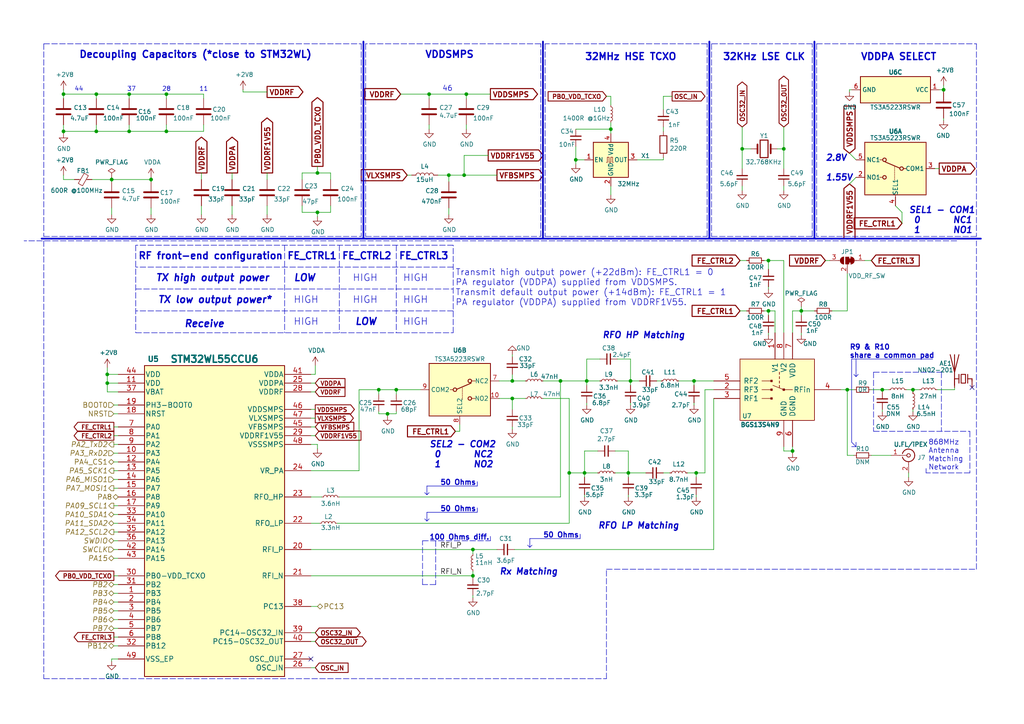
<source format=kicad_sch>
(kicad_sch (version 20231120) (generator "eeschema") (generator_version "8.0")
  (paper "A4")
  (title_block (title "MCU") (date "2025-03-08") (rev "1.1b") (company "BCIT BAJA") (comment 1 "Parry Zhuo"))
  (junction (at 177.165 37.465))
  (junction (at 27.94 27.305))
  (junction (at 18.415 38.1))
  (junction (at 273.685 26.035))
  (junction (at 201.93 137.16))
  (junction (at 31.115 108.585))
  (junction (at 215.265 43.18))
  (junction (at 18.415 27.305))
  (junction (at 31.115 111.125))
  (junction (at 48.26 38.1))
  (junction (at 167.005 46.355))
  (junction (at 182.245 137.16))
  (junction (at 43.815 52.07))
  (junction (at 114.935 113.03))
  (junction (at 170.18 110.49))
  (junction (at 232.41 90.17))
  (junction (at 255.905 113.03))
  (junction (at 27.94 38.1))
  (junction (at 264.795 113.03))
  (junction (at 48.26 27.305))
  (junction (at 137.16 167.005))
  (junction (at 148.59 110.49))
  (junction (at 162.56 110.49))
  (junction (at 148.59 115.57))
  (junction (at 222.885 75.565))
  (junction (at 245.745 113.03))
  (junction (at 222.885 90.17))
  (junction (at 112.395 120.015))
  (junction (at 37.465 27.305))
  (junction (at 227.33 43.18))
  (junction (at 201.295 110.49))
  (junction (at 182.88 110.49))
  (junction (at 92.075 61.595))
  (junction (at 109.855 113.03))
  (junction (at 169.545 137.16))
  (junction (at 137.16 159.385))
  (junction (at 32.385 52.07))
  (junction (at 92.075 50.165))
  (junction (at 229.87 130.81))
  (junction (at 37.465 38.1))
  (junction (at 124.46 27.305))
  (junction (at 165.1 137.16))
  (junction (at 135.255 27.305))
  (junction (at 130.175 50.8))
  (junction (at 134.62 50.8))
  (no_connect (at 90.17 191.135))
  (no_connect (at 281.94 112.395))
  (wire (pts (xy 90.17 126.365) (xy 91.44 126.365)))
  (wire (pts (xy 232.41 88.9) (xy 232.41 90.17)))
  (wire (pts (xy 34.29 128.905) (xy 33.02 128.905)))
  (wire (pts (xy 157.48 110.49) (xy 162.56 110.49)))
  (wire (pts (xy 201.295 116.84) (xy 201.295 117.475)))
  (wire (pts (xy 34.29 159.385) (xy 33.02 159.385)))
  (wire (pts (xy 204.47 113.03) (xy 207.01 113.03)))
  (wire (pts (xy 148.59 108.585) (xy 148.59 110.49)))
  (wire (pts (xy 104.14 113.03) (xy 104.14 136.525)))
  (wire (pts (xy 273.685 26.035) (xy 273.685 24.765)))
  (wire (pts (xy 264.795 113.665) (xy 264.795 113.03)))
  (wire (pts (xy 245.745 132.08) (xy 247.65 132.08)))
  (wire (pts (xy 144.78 115.57) (xy 148.59 115.57)))
  (wire (pts (xy 48.26 27.305) (xy 48.26 28.575)))
  (wire (pts (xy 32.385 51.435) (xy 32.385 52.07)))
  (wire (pts (xy 59.055 27.305) (xy 59.055 28.575)))
  (wire (pts (xy 182.245 143.51) (xy 182.245 144.145)))
  (polyline (pts (xy 39.37 71.12) (xy 39.37 96.52)) (stroke (width 0) (type dash)))
  (wire (pts (xy 87.63 50.165) (xy 87.63 52.07)))
  (wire (pts (xy 18.415 36.195) (xy 18.415 38.1)))
  (wire (pts (xy 33.02 139.065) (xy 34.29 139.065)))
  (polyline (pts (xy 268.605 137.16) (xy 268.605 135.89)) (stroke (width 0) (type dash)))
  (wire (pts (xy 32.385 60.325) (xy 32.385 62.23)))
  (polyline (pts (xy 175.895 196.85) (xy 175.895 165.1)) (stroke (width 0) (type dash)))
  (polyline (pts (xy 175.895 165.1) (xy 283.21 165.1)) (stroke (width 0) (type dash)))
  (wire (pts (xy 27.94 36.195) (xy 27.94 38.1)))
  (wire (pts (xy 276.86 113.03) (xy 276.86 112.395)))
  (wire (pts (xy 194.945 27.94) (xy 192.405 27.94)))
  (wire (pts (xy 207.01 115.57) (xy 207.01 159.385)))
  (wire (pts (xy 215.265 53.975) (xy 215.265 55.245)))
  (wire (pts (xy 227.33 43.18) (xy 227.33 48.895)))
  (wire (pts (xy 137.16 167.64) (xy 137.16 167.005)))
  (wire (pts (xy 31.115 106.68) (xy 31.115 108.585)))
  (wire (pts (xy 43.815 52.705) (xy 43.815 52.07)))
  (polyline (pts (xy 247.015 104.14) (xy 247.015 128.27)) (stroke (width 0) (type solid)))
  (wire (pts (xy 250.825 75.565) (xy 252.73 75.565)))
  (wire (pts (xy 165.1 115.57) (xy 165.1 137.16)))
  (wire (pts (xy 182.245 137.16) (xy 182.245 138.43)))
  (wire (pts (xy 33.02 126.365) (xy 34.29 126.365)))
  (wire (pts (xy 127 50.8) (xy 130.175 50.8)))
  (wire (pts (xy 135.255 27.305) (xy 142.24 27.305)))
  (wire (pts (xy 98.425 144.145) (xy 162.56 144.145)))
  (polyline (pts (xy 248.285 129.54) (xy 248.285 128.27)) (stroke (width 0) (type solid)))
  (wire (pts (xy 222.885 96.52) (xy 222.885 97.155)))
  (wire (pts (xy 192.405 46.355) (xy 184.785 46.355)))
  (wire (pts (xy 227.33 36.83) (xy 227.33 43.18)))
  (polyline (pts (xy 206.375 12.7) (xy 206.375 68.58)) (stroke (width 0) (type dash)))
  (wire (pts (xy 91.44 111.125) (xy 90.17 111.125)))
  (polyline (pts (xy 273.05 107.95) (xy 273.05 125.095)) (stroke (width 0) (type dash)))
  (wire (pts (xy 70.485 26.67) (xy 77.47 26.67)))
  (wire (pts (xy 204.47 137.16) (xy 201.93 137.16)))
  (wire (pts (xy 37.465 38.1) (xy 27.94 38.1)))
  (wire (pts (xy 124.46 28.575) (xy 124.46 27.305)))
  (wire (pts (xy 199.39 137.16) (xy 201.93 137.16)))
  (wire (pts (xy 167.005 47.625) (xy 167.005 46.355)))
  (wire (pts (xy 137.16 167.005) (xy 137.16 165.735)))
  (wire (pts (xy 135.255 27.305) (xy 135.255 28.575)))
  (wire (pts (xy 114.935 120.015) (xy 114.935 119.38)))
  (wire (pts (xy 229.87 130.81) (xy 229.87 131.445)))
  (wire (pts (xy 37.465 28.575) (xy 37.465 27.305)))
  (wire (pts (xy 245.745 90.17) (xy 241.3 90.17)))
  (wire (pts (xy 190.5 110.49) (xy 191.77 110.49)))
  (wire (pts (xy 182.88 104.14) (xy 182.88 110.49)))
  (wire (pts (xy 95.885 52.07) (xy 95.885 50.165)))
  (wire (pts (xy 148.59 102.87) (xy 148.59 103.505)))
  (wire (pts (xy 92.075 128.905) (xy 92.075 130.175)))
  (wire (pts (xy 70.485 26.035) (xy 70.485 26.67)))
  (wire (pts (xy 169.545 137.16) (xy 165.1 137.16)))
  (wire (pts (xy 246.38 53.34) (xy 248.285 51.435)))
  (wire (pts (xy 91.44 123.825) (xy 90.17 123.825)))
  (wire (pts (xy 173.99 104.14) (xy 170.18 104.14)))
  (wire (pts (xy 263.525 137.16) (xy 263.525 138.43)))
  (wire (pts (xy 224.79 90.17) (xy 224.79 96.52)))
  (wire (pts (xy 201.295 110.49) (xy 201.295 111.76)))
  (polyline (pts (xy 236.855 12.7) (xy 236.855 68.58)) (stroke (width 0) (type dash)))
  (wire (pts (xy 261.62 61.595) (xy 261.62 64.77)))
  (polyline (pts (xy 114.935 71.12) (xy 114.935 96.52)) (stroke (width 0) (type dash)))
  (polyline (pts (xy 158.115 12.7) (xy 158.115 68.58)) (stroke (width 0) (type dash)))
  (polyline (pts (xy 138.43 147.32) (xy 138.43 148.59)) (stroke (width 0) (type solid)))
  (wire (pts (xy 58.42 59.69) (xy 58.42 62.23)))
  (wire (pts (xy 34.29 123.825) (xy 33.02 123.825)))
  (wire (pts (xy 148.59 110.49) (xy 152.4 110.49)))
  (wire (pts (xy 34.29 174.625) (xy 33.02 174.625)))
  (wire (pts (xy 90.17 121.285) (xy 91.44 121.285)))
  (polyline (pts (xy 253.365 107.95) (xy 273.05 107.95)) (stroke (width 0) (type dash)))
  (polyline (pts (xy 281.305 137.16) (xy 268.605 137.16)) (stroke (width 0) (type dash)))
  (wire (pts (xy 90.17 136.525) (xy 104.14 136.525)))
  (polyline (pts (xy 123.825 151.13) (xy 123.19 150.495)) (stroke (width 0) (type solid)))
  (wire (pts (xy 33.02 131.445) (xy 34.29 131.445)))
  (wire (pts (xy 255.905 113.03) (xy 255.905 113.665)))
  (wire (pts (xy 232.41 90.17) (xy 236.22 90.17)))
  (wire (pts (xy 91.44 108.585) (xy 90.17 108.585)))
  (polyline (pts (xy 122.555 169.545) (xy 122.555 156.845)) (stroke (width 0) (type dash)))
  (wire (pts (xy 222.885 75.565) (xy 227.33 75.565)))
  (wire (pts (xy 182.245 130.81) (xy 182.245 137.16)))
  (wire (pts (xy 222.885 78.105) (xy 222.885 75.565)))
  (wire (pts (xy 170.18 104.14) (xy 170.18 110.49)))
  (wire (pts (xy 33.02 172.085) (xy 34.29 172.085)))
  (wire (pts (xy 32.385 52.705) (xy 32.385 52.07)))
  (polyline (pts (xy 205.74 12.065) (xy 205.74 69.215)) (stroke (width 0.508) (type solid)))
  (polyline (pts (xy 205.105 12.7) (xy 158.115 12.7)) (stroke (width 0) (type dash)))
  (wire (pts (xy 90.17 128.905) (xy 92.075 128.905)))
  (wire (pts (xy 18.415 52.07) (xy 21.59 52.07)))
  (wire (pts (xy 91.44 186.055) (xy 90.17 186.055)))
  (wire (pts (xy 144.145 50.8) (xy 134.62 50.8)))
  (wire (pts (xy 167.005 37.465) (xy 177.165 37.465)))
  (wire (pts (xy 179.07 110.49) (xy 182.88 110.49)))
  (wire (pts (xy 31.115 113.665) (xy 31.115 111.125)))
  (wire (pts (xy 18.415 26.035) (xy 18.415 27.305)))
  (polyline (pts (xy 248.285 109.22) (xy 248.92 108.585)) (stroke (width 0) (type solid)))
  (wire (pts (xy 201.93 137.16) (xy 201.93 138.43)))
  (wire (pts (xy 37.465 27.305) (xy 27.94 27.305)))
  (wire (pts (xy 97.79 151.765) (xy 165.1 151.765)))
  (wire (pts (xy 33.02 117.475) (xy 34.29 117.475)))
  (wire (pts (xy 196.85 110.49) (xy 201.295 110.49)))
  (wire (pts (xy 104.14 113.03) (xy 109.855 113.03)))
  (wire (pts (xy 34.29 177.165) (xy 33.02 177.165)))
  (wire (pts (xy 18.415 38.1) (xy 18.415 38.735)))
  (wire (pts (xy 130.175 52.705) (xy 130.175 50.8)))
  (wire (pts (xy 169.545 137.16) (xy 173.355 137.16)))
  (polyline (pts (xy 247.015 104.14) (xy 270.51 104.14)) (stroke (width 0) (type solid)))
  (wire (pts (xy 33.02 141.605) (xy 34.29 141.605)))
  (polyline (pts (xy 235.585 68.58) (xy 235.585 12.7)) (stroke (width 0) (type dash)))
  (wire (pts (xy 255.905 118.745) (xy 255.905 119.38)))
  (wire (pts (xy 87.63 59.69) (xy 87.63 61.595)))
  (wire (pts (xy 109.855 113.03) (xy 114.935 113.03)))
  (wire (pts (xy 227.33 129.54) (xy 227.33 130.81)))
  (wire (pts (xy 252.73 113.03) (xy 255.905 113.03)))
  (wire (pts (xy 33.02 151.765) (xy 34.29 151.765)))
  (polyline (pts (xy 106.045 12.7) (xy 106.045 68.58)) (stroke (width 0) (type dash)))
  (polyline (pts (xy 12.7 69.85) (xy 12.7 196.85)) (stroke (width 0) (type dash)))
  (wire (pts (xy 222.885 91.44) (xy 222.885 90.17)))
  (wire (pts (xy 114.935 114.3) (xy 114.935 113.03)))
  (wire (pts (xy 148.59 115.57) (xy 152.4 115.57)))
  (wire (pts (xy 272.415 48.895) (xy 271.145 48.895)))
  (wire (pts (xy 133.35 125.095) (xy 132.08 125.095)))
  (wire (pts (xy 90.17 167.005) (xy 137.16 167.005)))
  (wire (pts (xy 26.67 52.07) (xy 32.385 52.07)))
  (wire (pts (xy 87.63 61.595) (xy 92.075 61.595)))
  (wire (pts (xy 262.89 113.03) (xy 264.795 113.03)))
  (polyline (pts (xy 12.7 12.7) (xy 104.775 12.7)) (stroke (width 0) (type dash)))
  (wire (pts (xy 34.29 133.985) (xy 33.02 133.985)))
  (wire (pts (xy 34.29 169.545) (xy 33.02 169.545)))
  (wire (pts (xy 201.93 143.51) (xy 201.93 144.145)))
  (wire (pts (xy 59.055 36.195) (xy 59.055 38.1)))
  (wire (pts (xy 245.745 113.03) (xy 245.745 132.08)))
  (wire (pts (xy 92.075 61.595) (xy 95.885 61.595)))
  (wire (pts (xy 271.78 113.03) (xy 276.86 113.03)))
  (wire (pts (xy 92.075 62.865) (xy 92.075 61.595)))
  (polyline (pts (xy 122.555 156.845) (xy 142.24 156.845)) (stroke (width 0) (type dash)))
  (wire (pts (xy 272.415 26.035) (xy 273.685 26.035)))
  (polyline (pts (xy 123.825 143.51) (xy 124.46 142.875)) (stroke (width 0) (type solid)))
  (wire (pts (xy 27.94 27.305) (xy 18.415 27.305)))
  (polyline (pts (xy 248.285 109.22) (xy 247.65 108.585)) (stroke (width 0) (type solid)))
  (wire (pts (xy 221.615 75.565) (xy 222.885 75.565)))
  (polyline (pts (xy 156.845 12.7) (xy 106.045 12.7)) (stroke (width 0) (type dash)))
  (wire (pts (xy 90.17 183.515) (xy 91.44 183.515)))
  (wire (pts (xy 77.47 59.69) (xy 77.47 62.23)))
  (polyline (pts (xy 126.365 156.845) (xy 126.365 169.545)) (stroke (width 0) (type dash)))
  (wire (pts (xy 246.38 26.035) (xy 247.015 26.035)))
  (polyline (pts (xy 131.445 77.47) (xy 39.37 77.47)) (stroke (width 0) (type dash)))
  (wire (pts (xy 201.295 110.49) (xy 207.01 110.49)))
  (wire (pts (xy 33.02 187.325) (xy 34.29 187.325)))
  (wire (pts (xy 179.07 104.14) (xy 182.88 104.14)))
  (wire (pts (xy 229.87 90.17) (xy 232.41 90.17)))
  (wire (pts (xy 34.29 167.005) (xy 33.02 167.005)))
  (wire (pts (xy 34.29 154.305) (xy 33.02 154.305)))
  (wire (pts (xy 245.745 79.375) (xy 245.745 90.17)))
  (wire (pts (xy 114.935 113.03) (xy 121.92 113.03)))
  (wire (pts (xy 227.33 53.975) (xy 227.33 55.245)))
  (wire (pts (xy 67.31 50.165) (xy 67.31 52.07)))
  (wire (pts (xy 90.17 151.765) (xy 92.71 151.765)))
  (wire (pts (xy 133.35 123.19) (xy 133.35 125.095)))
  (wire (pts (xy 48.26 38.1) (xy 37.465 38.1)))
  (wire (pts (xy 178.435 130.81) (xy 182.245 130.81)))
  (polyline (pts (xy 253.365 125.095) (xy 281.305 125.095)) (stroke (width 0) (type dash)))
  (wire (pts (xy 33.02 161.925) (xy 34.29 161.925)))
  (wire (pts (xy 92.075 48.26) (xy 92.075 50.165)))
  (polyline (pts (xy 98.425 71.12) (xy 98.425 96.52)) (stroke (width 0) (type dash)))
  (wire (pts (xy 245.745 113.03) (xy 247.65 113.03)))
  (wire (pts (xy 112.395 120.015) (xy 114.935 120.015)))
  (polyline (pts (xy 205.105 68.58) (xy 205.105 12.7)) (stroke (width 0) (type dash)))
  (polyline (pts (xy 126.365 169.545) (xy 122.555 169.545)) (stroke (width 0) (type dash)))
  (wire (pts (xy 192.405 36.83) (xy 192.405 38.1)))
  (wire (pts (xy 109.855 120.015) (xy 109.855 119.38)))
  (wire (pts (xy 59.055 38.1) (xy 48.26 38.1)))
  (wire (pts (xy 90.17 144.145) (xy 93.345 144.145)))
  (wire (pts (xy 118.11 50.8) (xy 119.38 50.8)))
  (wire (pts (xy 87.63 50.165) (xy 92.075 50.165)))
  (wire (pts (xy 214.63 75.565) (xy 216.535 75.565)))
  (wire (pts (xy 177.165 37.465) (xy 177.165 38.735)))
  (wire (pts (xy 232.41 97.155) (xy 232.41 96.52)))
  (wire (pts (xy 141.605 45.085) (xy 134.62 45.085)))
  (wire (pts (xy 124.46 36.195) (xy 124.46 37.465)))
  (polyline (pts (xy 156.845 68.58) (xy 156.845 12.7)) (stroke (width 0) (type dash)))
  (polyline (pts (xy 138.43 139.7) (xy 138.43 140.97)) (stroke (width 0) (type solid)))
  (polyline (pts (xy 123.825 148.59) (xy 123.825 151.13)) (stroke (width 0) (type solid)))
  (wire (pts (xy 91.44 193.675) (xy 90.17 193.675)))
  (wire (pts (xy 170.18 111.76) (xy 170.18 110.49)))
  (wire (pts (xy 240.665 75.565) (xy 239.395 75.565)))
  (wire (pts (xy 109.855 114.3) (xy 109.855 113.03)))
  (polyline (pts (xy 248.285 129.54) (xy 247.015 129.54)) (stroke (width 0) (type solid)))
  (wire (pts (xy 229.87 90.17) (xy 229.87 96.52)))
  (wire (pts (xy 264.795 118.745) (xy 264.795 119.38)))
  (wire (pts (xy 32.385 52.07) (xy 43.815 52.07)))
  (wire (pts (xy 34.29 108.585) (xy 31.115 108.585)))
  (wire (pts (xy 246.38 44.45) (xy 248.285 46.355)))
  (polyline (pts (xy 283.21 165.1) (xy 283.21 69.85)) (stroke (width 0) (type dash)))
  (wire (pts (xy 130.175 60.325) (xy 130.175 62.23)))
  (wire (pts (xy 217.805 43.18) (xy 215.265 43.18)))
  (wire (pts (xy 229.87 130.81) (xy 229.87 129.54)))
  (wire (pts (xy 18.415 50.8) (xy 18.415 52.07)))
  (wire (pts (xy 92.075 50.165) (xy 95.885 50.165)))
  (wire (pts (xy 266.7 113.03) (xy 264.795 113.03)))
  (wire (pts (xy 214.63 90.17) (xy 216.535 90.17)))
  (wire (pts (xy 33.02 179.705) (xy 34.29 179.705)))
  (wire (pts (xy 32.385 191.135) (xy 32.385 191.77)))
  (wire (pts (xy 173.355 130.81) (xy 169.545 130.81)))
  (wire (pts (xy 169.545 130.81) (xy 169.545 137.16)))
  (wire (pts (xy 177.165 35.56) (xy 177.165 37.465)))
  (wire (pts (xy 112.395 120.015) (xy 109.855 120.015)))
  (wire (pts (xy 227.33 130.81) (xy 229.87 130.81)))
  (wire (pts (xy 34.29 120.015) (xy 33.02 120.015)))
  (wire (pts (xy 273.685 26.67) (xy 273.685 26.035)))
  (wire (pts (xy 34.29 149.225) (xy 33.02 149.225)))
  (wire (pts (xy 27.94 38.1) (xy 18.415 38.1)))
  (polyline (pts (xy 131.445 90.17) (xy 39.37 90.17)) (stroke (width 0) (type dash)))
  (polyline (pts (xy 168.275 154.94) (xy 168.275 156.21)) (stroke (width 0) (type solid)))
  (wire (pts (xy 227.33 75.565) (xy 227.33 96.52)))
  (wire (pts (xy 246.38 26.67) (xy 246.38 26.035)))
  (polyline (pts (xy 39.37 83.82) (xy 131.445 83.82)) (stroke (width 0) (type dash)))
  (polyline (pts (xy 123.825 151.13) (xy 124.46 150.495)) (stroke (width 0) (type solid)))
  (wire (pts (xy 31.115 108.585) (xy 31.115 111.125)))
  (wire (pts (xy 232.41 91.44) (xy 232.41 90.17)))
  (wire (pts (xy 91.44 118.745) (xy 90.17 118.745)))
  (wire (pts (xy 169.545 143.51) (xy 169.545 144.145)))
  (wire (pts (xy 148.59 118.745) (xy 148.59 115.57)))
  (polyline (pts (xy 253.365 107.95) (xy 253.365 125.095)) (stroke (width 0) (type dash)))
  (wire (pts (xy 148.59 123.825) (xy 148.59 124.46)))
  (wire (pts (xy 137.16 172.72) (xy 137.16 173.355)))
  (wire (pts (xy 177.165 53.975) (xy 177.165 56.515)))
  (wire (pts (xy 37.465 36.195) (xy 37.465 38.1)))
  (wire (pts (xy 182.88 110.49) (xy 182.88 111.76)))
  (wire (pts (xy 255.905 113.03) (xy 257.81 113.03)))
  (wire (pts (xy 77.47 50.165) (xy 77.47 52.07)))
  (polyline (pts (xy 131.445 96.52) (xy 131.445 71.12)) (stroke (width 0) (type dash)))
  (wire (pts (xy 252.73 132.08) (xy 258.445 132.08)))
  (wire (pts (xy 48.26 36.195) (xy 48.26 38.1)))
  (wire (pts (xy 48.26 27.305) (xy 59.055 27.305)))
  (polyline (pts (xy 283.21 12.7) (xy 283.21 68.58)) (stroke (width 0) (type dash)))
  (wire (pts (xy 157.48 115.57) (xy 165.1 115.57)))
  (wire (pts (xy 187.325 137.16) (xy 182.245 137.16)))
  (wire (pts (xy 34.29 191.135) (xy 32.385 191.135)))
  (wire (pts (xy 182.88 116.84) (xy 182.88 117.475)))
  (polyline (pts (xy 157.48 12.065) (xy 157.48 69.215)) (stroke (width 0.508) (type solid)))
  (wire (pts (xy 225.425 43.18) (xy 227.33 43.18)))
  (wire (pts (xy 116.205 27.305) (xy 124.46 27.305)))
  (wire (pts (xy 192.405 45.72) (xy 192.405 46.355)))
  (wire (pts (xy 273.685 34.925) (xy 273.685 34.29)))
  (polyline (pts (xy 284.48 69.215) (xy 12.065 69.215)) (stroke (width 0.508) (type solid)))
  (wire (pts (xy 221.615 90.17) (xy 222.885 90.17)))
  (wire (pts (xy 167.005 46.355) (xy 169.545 46.355)))
  (wire (pts (xy 130.175 50.8) (xy 134.62 50.8)))
  (polyline (pts (xy 142.24 156.845) (xy 142.24 155.575)) (stroke (width 0) (type dash)))
  (wire (pts (xy 149.225 159.385) (xy 207.01 159.385)))
  (polyline (pts (xy 105.41 12.065) (xy 105.41 69.215)) (stroke (width 0.508) (type solid)))
  (wire (pts (xy 135.255 36.195) (xy 135.255 37.465)))
  (wire (pts (xy 243.84 113.03) (xy 245.745 113.03)))
  (wire (pts (xy 170.18 116.84) (xy 170.18 117.475)))
  (wire (pts (xy 162.56 110.49) (xy 162.56 144.145)))
  (polyline (pts (xy 158.115 68.58) (xy 205.105 68.58)) (stroke (width 0) (type dash)))
  (wire (pts (xy 18.415 27.305) (xy 18.415 28.575)))
  (wire (pts (xy 170.18 110.49) (xy 162.56 110.49)))
  (polyline (pts (xy 206.375 68.58) (xy 235.585 68.58)) (stroke (width 0) (type dash)))
  (wire (pts (xy 192.405 27.94) (xy 192.405 31.75)))
  (polyline (pts (xy 39.37 96.52) (xy 131.445 96.52)) (stroke (width 0) (type dash)))
  (polyline (pts (xy 248.285 104.14) (xy 248.285 109.22)) (stroke (width 0) (type solid)))
  (wire (pts (xy 170.18 110.49) (xy 173.99 110.49)))
  (polyline (pts (xy 247.015 128.27) (xy 248.285 129.54)) (stroke (width 0) (type solid)))
  (polyline (pts (xy 123.825 148.59) (xy 138.43 148.59)) (stroke (width 0) (type solid)))
  (wire (pts (xy 31.115 111.125) (xy 34.29 111.125)))
  (polyline (pts (xy 82.55 71.12) (xy 82.55 96.52)) (stroke (width 0) (type dash)))
  (polyline (pts (xy 277.495 69.85) (xy 6.985 69.85)) (stroke (width 0) (type dash)))
  (wire (pts (xy 112.395 120.65) (xy 112.395 120.015)))
  (wire (pts (xy 169.545 138.43) (xy 169.545 137.16)))
  (polyline (pts (xy 12.7 12.7) (xy 12.7 68.58)) (stroke (width 0) (type dash)))
  (wire (pts (xy 91.44 106.045) (xy 91.44 108.585)))
  (wire (pts (xy 222.885 83.185) (xy 222.885 83.82)))
  (wire (pts (xy 34.29 113.665) (xy 31.115 113.665)))
  (wire (pts (xy 259.715 59.69) (xy 261.62 61.595)))
  (wire (pts (xy 33.02 184.785) (xy 34.29 184.785)))
  (wire (pts (xy 215.265 36.83) (xy 215.265 43.18)))
  (wire (pts (xy 144.78 110.49) (xy 148.59 110.49)))
  (wire (pts (xy 185.42 110.49) (xy 182.88 110.49)))
  (polyline (pts (xy 281.305 125.095) (xy 281.305 137.16)) (stroke (width 0) (type dash)))
  (polyline (pts (xy 123.825 143.51) (xy 123.19 142.875)) (stroke (width 0) (type solid)))
  (wire (pts (xy 124.46 27.305) (xy 135.255 27.305)))
  (polyline (pts (xy 131.445 71.12) (xy 39.37 71.12)) (stroke (width 0) (type dash)))
  (wire (pts (xy 43.815 60.325) (xy 43.815 62.23)))
  (polyline (pts (xy 12.7 196.85) (xy 175.895 196.85)) (stroke (width 0) (type dash)))
  (polyline (pts (xy 153.67 156.21) (xy 168.275 156.21)) (stroke (width 0) (type solid)))
  (polyline (pts (xy 153.67 158.75) (xy 154.305 158.115)) (stroke (width 0) (type solid)))
  (wire (pts (xy 95.885 61.595) (xy 95.885 59.69)))
  (wire (pts (xy 178.435 137.16) (xy 182.245 137.16)))
  (wire (pts (xy 90.17 159.385) (xy 137.16 159.385)))
  (wire (pts (xy 92.075 175.895) (xy 90.17 175.895)))
  (polyline (pts (xy 153.67 156.21) (xy 153.67 158.75)) (stroke (width 0) (type solid)))
  (wire (pts (xy 58.42 50.165) (xy 58.42 52.07)))
  (wire (pts (xy 37.465 27.305) (xy 48.26 27.305)))
  (polyline (pts (xy 106.045 68.58) (xy 156.845 68.58)) (stroke (width 0) (type dash)))
  (wire (pts (xy 67.31 59.69) (xy 67.31 62.23)))
  (wire (pts (xy 167.005 42.545) (xy 167.005 46.355)))
  (wire (pts (xy 27.94 28.575) (xy 27.94 27.305)))
  (wire (pts (xy 204.47 113.03) (xy 204.47 137.16)))
  (polyline (pts (xy 153.67 158.75) (xy 153.035 158.115)) (stroke (width 0) (type solid)))
  (wire (pts (xy 165.1 137.16) (xy 165.1 151.765)))
  (wire (pts (xy 192.405 137.16) (xy 194.31 137.16)))
  (wire (pts (xy 177.165 27.94) (xy 177.165 30.48)))
  (polyline (pts (xy 236.22 12.065) (xy 236.22 69.215)) (stroke (width 0.508) (type solid)))
  (wire (pts (xy 222.885 90.17) (xy 224.79 90.17)))
  (polyline (pts (xy 123.825 140.97) (xy 138.43 140.97)) (stroke (width 0) (type solid)))
  (wire (pts (xy 43.815 52.07) (xy 43.815 51.435)))
  (polyline (pts (xy 283.21 68.58) (xy 236.855 68.58)) (stroke (width 0) (type dash)))
  (polyline (pts (xy 235.585 12.7) (xy 206.375 12.7)) (stroke (width 0) (type dash)))
  (wire (pts (xy 33.02 182.245) (xy 34.29 182.245)))
  (polyline (pts (xy 104.775 12.7) (xy 104.775 68.58)) (stroke (width 0) (type dash)))
  (polyline (pts (xy 123.825 140.97) (xy 123.825 143.51)) (stroke (width 0) (type solid)))
  (polyline (pts (xy 236.855 12.7) (xy 283.21 12.7)) (stroke (width 0) (type dash)))
  (wire (pts (xy 33.02 156.845) (xy 34.29 156.845)))
  (wire (pts (xy 134.62 45.085) (xy 134.62 50.8)))
  (wire (pts (xy 175.895 27.94) (xy 177.165 27.94)))
  (wire (pts (xy 215.265 43.18) (xy 215.265 48.895)))
  (wire (pts (xy 33.02 136.525) (xy 34.29 136.525)))
  (polyline (pts (xy 12.7 68.58) (xy 104.775 68.58)) (stroke (width 0) (type dash)))
  (wire (pts (xy 33.02 146.685) (xy 34.29 146.685)))
  (wire (pts (xy 137.16 159.385) (xy 144.145 159.385)))
  (wire (pts (xy 137.16 160.655) (xy 137.16 159.385)))
  (wire (pts (xy 90.17 113.665) (xy 91.44 113.665)))
  (text "HIGH" (at 102.235 81.915 0) (effects (font (size 2.0066 2.0066)) (justify left bottom)))
  (text "HIGH" (at 116.84 81.915 0) (effects (font (size 2.0066 2.0066)) (justify left bottom)))
  (text "Decoupling Capacitors (*close to STM32WL)" (at 22.86 17.145 0) (effects (font (size 2.0066 2.0066) (thickness 0.4013) (bold yes)) (justify left bottom)))
  (text "LOW" (at 102.87 94.615 0) (effects (font (size 2.0066 2.0066) (thickness 0.4013) (bold yes) (italic yes)) (justify left bottom)))
  (text "Receive" (at 53.34 95.25 0) (effects (font (size 2.0066 2.0066) (thickness 0.4013) (bold yes) (italic yes)) (justify left bottom)))
  (text "TX low output power*" (at 45.72 88.265 0) (effects (font (size 2.0066 2.0066) (thickness 0.4013) (bold yes) (italic yes)) (justify left bottom)))
  (text "100 Ohms diff." (at 124.46 156.845 0) (effects (font (size 1.4986 1.4986) (thickness 0.2997) (bold yes)) (justify left bottom)))
  (text "HIGH" (at 116.84 88.265 0) (effects (font (size 2.0066 2.0066)) (justify left bottom)))
  (text "SEL2 - COM2\n 0       NC2\n 1       NO2" (at 124.46 135.89 0) (effects (font (size 1.8034 1.8034) (thickness 0.3607) (bold yes) (italic yes)) (justify left bottom)))
  (text "FE_CTRL3" (at 115.57 75.565 0) (effects (font (size 2.0066 2.0066) (thickness 0.4013) (bold yes)) (justify left bottom)))
  (text "HIGH" (at 85.09 88.265 0) (effects (font (size 2.0066 2.0066)) (justify left bottom)))
  (text "50 Ohms" (at 127.635 140.97 0) (effects (font (size 1.4986 1.4986) (thickness 0.2997) (bold yes)) (justify left bottom)))
  (text "28" (at 46.99 26.67 0) (effects (font (size 1.27 1.27)) (justify left bottom)))
  (text "FE_CTRL1" (at 83.185 75.565 0) (effects (font (size 2.0066 2.0066) (thickness 0.4013) (bold yes)) (justify left bottom)))
  (text "TX high output power" (at 45.085 81.915 0) (effects (font (size 2.0066 2.0066) (thickness 0.4013) (bold yes) (italic yes)) (justify left bottom)))
  (text "HIGH" (at 116.84 94.615 0) (effects (font (size 2.0066 2.0066)) (justify left bottom)))
  (text "32MHz HSE TCXO" (at 169.545 17.78 0) (effects (font (size 2.0066 2.0066) (thickness 0.4013) (bold yes)) (justify left bottom)))
  (text "50 Ohms" (at 157.48 156.21 0) (effects (font (size 1.4986 1.4986) (thickness 0.2997) (bold yes)) (justify left bottom)))
  (text "SEL1 - COM1\n 0       NC1\n 1       NO1" (at 263.525 67.945 0) (effects (font (size 1.8034 1.8034) (thickness 0.3607) (bold yes) (italic yes)) (justify left bottom)))
  (text "RFO LP Matching" (at 173.355 153.67 0) (effects (font (size 1.8034 1.8034) (thickness 0.3607) (bold yes) (italic yes)) (justify left bottom)))
  (text "46" (at 128.27 26.67 0) (effects (font (size 1.4986 1.4986)) (justify left bottom)))
  (text "Rx Matching" (at 144.78 167.005 0) (effects (font (size 1.8034 1.8034) (thickness 0.3607) (bold yes) (italic yes)) (justify left bottom)))
  (text "VDDSMPS" (at 123.19 17.145 0) (effects (font (size 2.0066 2.0066) (thickness 0.4013) (bold yes)) (justify left bottom)))
  (text "HIGH" (at 85.09 94.615 0) (effects (font (size 2.0066 2.0066)) (justify left bottom)))
  (text "Transmit high output power (+22dBm): FE_CTRL1 = 0\nPA regulator (VDDPA) supplied from VDDSMPS.\nTransmit default output power (+14dBm): FE_CTRL1 = 1\nPA regulator (VDDPA) supplied from VDDRF1V55." (at 132.08 88.9 0) (effects (font (size 1.8034 1.8034)) (justify left bottom)))
  (text "FE_CTRL2" (at 99.06 75.565 0) (effects (font (size 2.0066 2.0066) (thickness 0.4013) (bold yes)) (justify left bottom)))
  (text "37" (at 36.83 26.67 0) (effects (font (size 1.27 1.27)) (justify left bottom)))
  (text "2.8V" (at 239.395 46.99 0) (effects (font (size 1.8034 1.8034) (thickness 0.3607) (bold yes) (italic yes)) (justify left bottom)))
  (text "32KHz LSE CLK" (at 209.55 17.78 0) (effects (font (size 2.0066 2.0066) (thickness 0.4013) (bold yes)) (justify left bottom)))
  (text "RF front-end configuration" (at 40.005 75.565 0) (effects (font (size 2.0066 2.0066) (thickness 0.4013) (bold yes)) (justify left bottom)))
  (text "50 Ohms" (at 127.635 148.59 0) (effects (font (size 1.4986 1.4986) (thickness 0.2997) (bold yes)) (justify left bottom)))
  (text "11" (at 57.785 26.67 0) (effects (font (size 1.27 1.27)) (justify left bottom)))
  (text "RFO HP Matching" (at 174.625 98.425 0) (effects (font (size 1.8034 1.8034) (thickness 0.3607) (bold yes) (italic yes)) (justify left bottom)))
  (text "R9 & R10\nshare a common pad" (at 246.38 104.14 0) (effects (font (size 1.4986 1.4986) (thickness 0.2997) (bold yes)) (justify left bottom)))
  (text "LOW" (at 85.09 81.915 0) (effects (font (size 2.0066 2.0066) (thickness 0.4013) (bold yes) (italic yes)) (justify left bottom)))
  (text "HIGH" (at 102.235 88.265 0) (effects (font (size 2.0066 2.0066)) (justify left bottom)))
  (text "868MHz \nAntenna\nMatching\nNetwork" (at 269.24 136.525 0) (effects (font (size 1.4986 1.4986)) (justify left bottom)))
  (text "44" (at 21.59 26.67 0) (effects (font (size 1.27 1.27)) (justify left bottom)))
  (text "VDDPA SELECT" (at 249.555 17.78 0) (effects (font (size 2.0066 2.0066) (thickness 0.4013) (bold yes)) (justify left bottom)))
  (text "1.55V" (at 239.395 52.705 0) (effects (font (size 1.8034 1.8034) (thickness 0.3607) (bold yes) (italic yes)) (justify left bottom)))
  (label "RFI_N" (at 127.635 167.005 0) (effects (font (size 1.4986 1.4986))))
  (label "RFI_P" (at 127.635 159.385 0) (effects (font (size 1.4986 1.4986))))
  (global_label "FE_CTRL1" (shape input) (at 132.08 125.095 180) (effects (font (size 1.4986 1.4986) (thickness 0.2997) (bold yes))) (property "Intersheetrefs" "${INTERSHEET_REFS}" (effects (hide yes))))
  (global_label "VDDSMPS" (shape input) (at 246.38 44.45 90) (effects (font (size 1.4986 1.4986) (thickness 0.2997) (bold yes))) (property "Intersheetrefs" "${INTERSHEET_REFS}" (effects (hide yes))))
  (global_label "VDDPA" (shape input) (at 91.44 111.125 0) (effects (font (size 1.2446 1.2446) (thickness 0.2489) (bold yes))) (property "Intersheetrefs" "${INTERSHEET_REFS}" (effects (hide yes))))
  (global_label "FE_CTRL1" (shape input) (at 214.63 90.17 180) (effects (font (size 1.4986 1.4986) (thickness 0.2997) (bold yes))) (property "Intersheetrefs" "${INTERSHEET_REFS}" (effects (hide yes))))
  (global_label "VDDRF1V55" (shape output) (at 141.605 45.085 0) (effects (font (size 1.4986 1.4986) (thickness 0.2997) (bold yes))) (property "Intersheetrefs" "${INTERSHEET_REFS}" (effects (hide yes))))
  (global_label "VDDRF" (shape input) (at 239.395 75.565 180) (effects (font (size 1.4986 1.4986) (thickness 0.2997) (bold yes))) (property "Intersheetrefs" "${INTERSHEET_REFS}" (effects (hide yes))))
  (global_label "FE_CTRL2" (shape input) (at 214.63 75.565 180) (effects (font (size 1.4986 1.4986) (thickness 0.2997) (bold yes))) (property "Intersheetrefs" "${INTERSHEET_REFS}" (effects (hide yes))))
  (global_label "VFBSMPS" (shape output) (at 144.145 50.8 0) (effects (font (size 1.4986 1.4986) (thickness 0.2997) (bold yes))) (property "Intersheetrefs" "${INTERSHEET_REFS}" (effects (hide yes))))
  (global_label "VDDRF1V55" (shape input) (at 246.38 53.34 270) (effects (font (size 1.4986 1.4986) (thickness 0.2997) (bold yes))) (property "Intersheetrefs" "${INTERSHEET_REFS}" (effects (hide yes))))
  (global_label "OSC32_IN" (shape bidirectional) (at 91.44 183.515 0) (effects (font (thickness 0.254) (bold yes))) (property "Intersheetrefs" "${INTERSHEET_REFS}" (effects (hide yes))))
  (global_label "FE_CTRL3" (shape input) (at 252.73 75.565 0) (effects (font (size 1.4986 1.4986) (thickness 0.2997) (bold yes))) (property "Intersheetrefs" "${INTERSHEET_REFS}" (effects (hide yes))))
  (global_label "OSC_IN" (shape input) (at 91.44 193.675 0) (effects (font (thickness 0.254) (bold yes))) (property "Intersheetrefs" "${INTERSHEET_REFS}" (effects (hide yes))))
  (global_label "VLXSMPS" (shape input) (at 118.11 50.8 180) (effects (font (size 1.4986 1.4986) (thickness 0.2997) (bold yes))) (property "Intersheetrefs" "${INTERSHEET_REFS}" (effects (hide yes))))
  (global_label "VDDPA" (shape output) (at 67.31 50.165 90) (effects (font (size 1.4986 1.4986) (thickness 0.2997) (bold yes))) (property "Intersheetrefs" "${INTERSHEET_REFS}" (effects (hide yes))))
  (global_label "VDDRF" (shape input) (at 91.44 113.665 0) (effects (font (size 1.2446 1.2446) (thickness 0.2489) (bold yes))) (property "Intersheetrefs" "${INTERSHEET_REFS}" (effects (hide yes))))
  (global_label "PB0_VDD_TCXO" (shape output) (at 92.075 48.26 90) (effects (font (size 1.4986 1.4986) (thickness 0.2997) (bold yes))) (property "Intersheetrefs" "${INTERSHEET_REFS}" (effects (hide yes))))
  (global_label "VDDSMPS" (shape output) (at 91.44 118.745 0) (effects (font (size 1.2446 1.2446) (thickness 0.2489) (bold yes))) (property "Intersheetrefs" "${INTERSHEET_REFS}" (effects (hide yes))))
  (global_label "OSC32_IN" (shape bidirectional) (at 215.265 36.83 90) (effects (font (thickness 0.254) (bold yes))) (property "Intersheetrefs" "${INTERSHEET_REFS}" (effects (hide yes))))
  (global_label "FE_CTRL3" (shape output) (at 33.02 184.785 180) (effects (font (size 1.2446 1.2446) (thickness 0.2489) (bold yes))) (property "Intersheetrefs" "${INTERSHEET_REFS}" (effects (hide yes))))
  (global_label "PB0_VDD_TCXO" (shape input) (at 175.895 27.94 180) (effects (font (thickness 0.254) (bold yes))) (property "Intersheetrefs" "${INTERSHEET_REFS}" (effects (hide yes))))
  (global_label "VLXSMPS" (shape output) (at 91.44 121.285 0) (effects (font (size 1.2446 1.2446) (thickness 0.2489) (bold yes))) (property "Intersheetrefs" "${INTERSHEET_REFS}" (effects (hide yes))))
  (global_label "VDDRF" (shape output) (at 77.47 26.67 0) (effects (font (size 1.4986 1.4986) (thickness 0.2997) (bold yes))) (property "Intersheetrefs" "${INTERSHEET_REFS}" (effects (hide yes))))
  (global_label "OSC32_OUT" (shape bidirectional) (at 91.44 186.055 0) (effects (font (thickness 0.254) (bold yes))) (property "Intersheetrefs" "${INTERSHEET_REFS}" (effects (hide yes))))
  (global_label "VDDRF1V55" (shape output) (at 77.47 50.165 90) (effects (font (size 1.4986 1.4986) (thickness 0.2997) (bold yes))) (property "Intersheetrefs" "${INTERSHEET_REFS}" (effects (hide yes))))
  (global_label "VDDSMPS" (shape output) (at 142.24 27.305 0) (effects (font (size 1.4986 1.4986) (thickness 0.2997) (bold yes))) (property "Intersheetrefs" "${INTERSHEET_REFS}" (effects (hide yes))))
  (global_label "VDDPA" (shape output) (at 272.415 48.895 0) (effects (font (size 1.4986 1.4986) (thickness 0.2997) (bold yes))) (property "Intersheetrefs" "${INTERSHEET_REFS}" (effects (hide yes))))
  (global_label "PB0_VDD_TCXO" (shape output) (at 33.02 167.005 180) (effects (font (thickness 0.254) (bold yes))) (property "Intersheetrefs" "${INTERSHEET_REFS}" (effects (hide yes))))
  (global_label "FE_CTRL2" (shape output) (at 33.02 126.365 180) (effects (font (size 1.2446 1.2446) (thickness 0.2489) (bold yes))) (property "Intersheetrefs" "${INTERSHEET_REFS}" (effects (hide yes))))
  (global_label "VDDRF1V55" (shape input) (at 91.44 126.365 0) (effects (font (size 1.2446 1.2446) (thickness 0.2489) (bold yes))) (property "Intersheetrefs" "${INTERSHEET_REFS}" (effects (hide yes))))
  (global_label "VDDRF" (shape output) (at 58.42 50.165 90) (effects (font (size 1.4986 1.4986) (thickness 0.2997) (bold yes))) (property "Intersheetrefs" "${INTERSHEET_REFS}" (effects (hide yes))))
  (global_label "VFBSMPS" (shape input) (at 91.44 123.825 0) (effects (font (size 1.2446 1.2446) (thickness 0.2489) (bold yes))) (property "Intersheetrefs" "${INTERSHEET_REFS}" (effects (hide yes))))
  (global_label "FE_CTRL1" (shape input) (at 261.62 64.77 180) (effects (font (size 1.4986 1.4986) (thickness 0.2997) (bold yes))) (property "Intersheetrefs" "${INTERSHEET_REFS}" (effects (hide yes))))
  (global_label "OSC_IN" (shape output) (at 194.945 27.94 0) (effects (font (thickness 0.254) (bold yes))) (property "Intersheetrefs" "${INTERSHEET_REFS}" (effects (hide yes))))
  (global_label "VDDRF" (shape input) (at 116.205 27.305 180) (effects (font (size 1.4986 1.4986) (thickness 0.2997) (bold yes))) (property "Intersheetrefs" "${INTERSHEET_REFS}" (effects (hide yes))))
  (global_label "OSC32_OUT" (shape bidirectional) (at 227.33 36.83 90) (effects (font (thickness 0.254) (bold yes))) (property "Intersheetrefs" "${INTERSHEET_REFS}" (effects (hide yes))))
  (global_label "FE_CTRL1" (shape output) (at 33.02 123.825 180) (effects (font (size 1.2446 1.2446) (thickness 0.2489) (bold yes))) (property "Intersheetrefs" "${INTERSHEET_REFS}" (effects (hide yes))))
  (hierarchical_label "PA5_SCK1" (shape output) (at 33.02 136.525 180) (effects (font (size 1.4986 1.4986) (italic yes))))
  (hierarchical_label "BOOT0" (shape input) (at 33.02 117.475 180) (effects (font (size 1.4986 1.4986))))
  (hierarchical_label "PA8" (shape bidirectional) (at 34.29 144.145 180) (effects (font (size 1.4986 1.4986))))
  (hierarchical_label "PA2_TxD2" (shape output) (at 33.02 128.905 180) (effects (font (size 1.4986 1.4986) (italic yes))))
  (hierarchical_label "PA4_CS1" (shape bidirectional) (at 33.02 133.985 180) (effects (font (size 1.4986 1.4986))))
  (hierarchical_label "PB7" (shape bidirectional) (at 33.02 182.245 180) (effects (font (size 1.4986 1.4986) (italic yes))))
  (hierarchical_label "NRST" (shape input) (at 33.02 120.015 180) (effects (font (size 1.4986 1.4986))))
  (hierarchical_label "PC13" (shape bidirectional) (at 92.075 175.895 0) (effects (font (size 1.4986 1.4986))))
  (hierarchical_label "PB2" (shape bidirectional) (at 33.02 169.545 180) (effects (font (size 1.4986 1.4986) (italic yes))))
  (hierarchical_label "SWCLK" (shape input) (at 33.02 159.385 180) (effects (font (size 1.4986 1.4986) (italic yes))))
  (hierarchical_label "PA6_MISO1" (shape input) (at 33.02 139.065 180) (effects (font (size 1.4986 1.4986) (italic yes))))
  (hierarchical_label "PA3_RxD2" (shape input) (at 33.02 131.445 180) (effects (font (size 1.4986 1.4986) (italic yes))))
  (hierarchical_label "PA10_SDA1" (shape bidirectional) (at 33.02 149.225 180) (effects (font (size 1.4986 1.4986) (italic yes))))
  (hierarchical_label "PB4" (shape bidirectional) (at 33.02 174.625 180) (effects (font (size 1.4986 1.4986) (italic yes))))
  (hierarchical_label "PA09_SCL1" (shape output) (at 33.02 146.685 180) (effects (font (size 1.4986 1.4986) (italic yes))))
  (hierarchical_label "SWDIO" (shape bidirectional) (at 33.02 156.845 180) (effects (font (size 1.4986 1.4986) (italic yes))))
  (hierarchical_label "PB3" (shape bidirectional) (at 33.02 172.085 180) (effects (font (size 1.4986 1.4986) (italic yes))))
  (hierarchical_label "PA15" (shape bidirectional) (at 33.02 161.925 180) (effects (font (size 1.4986 1.4986) (italic yes))))
  (hierarchical_label "PB6" (shape bidirectional) (at 33.02 179.705 180) (effects (font (size 1.4986 1.4986) (italic yes))))
  (hierarchical_label "PB12" (shape bidirectional) (at 33.02 187.325 180) (effects (font (size 1.4986 1.4986))))
  (hierarchical_label "PA7_MOSI1" (shape output) (at 33.02 141.605 180) (effects (font (size 1.4986 1.4986) (italic yes))))
  (hierarchical_label "PA11_SDA2" (shape bidirectional) (at 33.02 151.765 180) (effects (font (size 1.4986 1.4986) (italic yes))))
  (hierarchical_label "PB5" (shape bidirectional) (at 33.02 177.165 180) (effects (font (size 1.4986 1.4986) (italic yes))))
  (hierarchical_label "PA12_SCL2" (shape output) (at 33.02 154.305 180) (effects (font (size 1.4986 1.4986) (italic yes))))
  (symbol (lib_id "node-lib-v1:STM32WLxx_QFN48") (at 41.91 106.045 0) (unit 1)
    (property "Reference" "U5" (at 44.45 104.14 0) (effects (font (size 1.524 1.524) (bold yes))))
    (property "Value" "STM32WL55CCU6" (at 62.23 104.14 0) (effects (font (size 2.0066 2.0066) (bold yes))))
    (property "Footprint" "Package_DFN_QFN:QFN-48-1EP_7x7mm_P0.5mm_EP5.45x5.45mm" (effects (hide yes)))
    (property "Datasheet" "https://www.st.com/resource/en/datasheet/stm32wl55cc.pdf" (effects (hide yes)))
    (property "MPN" "STM32WL55CCU6" (effects (hide yes)))
    (property "URL" "https://www.st.com/en/microcontrollers-microprocessors/stm32wl55cc.html" (effects (hide yes)))
  )
  (symbol (lib_id "Device:L_Small") (at 95.885 144.145 90) (unit 1)
    (property "Reference" "L3" (at 95.885 142.24 90))
    (property "Value" "3.6nH" (at 95.885 146.05 90))
    (property "Footprint" "Inductor_SMD:L_0402_1005Metric" (effects (hide yes)))
    (property "MPN" "LQW15AN3N6C10D" (effects (hide yes)))
    (property "URL" "https://lcsc.com/product-detail/Inductors-SMD_Murata-Electronics-LQW15AN3N6C10D_C408158.html" (effects (hide yes)))
  )
  (symbol (lib_id "Device:L_Small") (at 95.25 151.765 90) (unit 1)
    (property "Reference" "L2" (at 95.25 149.86 90))
    (property "Value" "3.3nH" (at 95.885 153.035 90))
    (property "Footprint" "Inductor_SMD:L_0402_1005Metric" (effects (hide yes)))
    (property "MPN" "LQW15AN3N3C80D" (effects (hide yes)))
    (property "URL" "https://www.digikey.com/short/zwbq2m" (effects (hide yes)))
  )
  (symbol (lib_id "Device:C_Small") (at 109.855 116.84 0) (mirror x) (unit 1)
    (property "Reference" "C25" (at 107.95 116.84 0) (effects (justify right)))
    (property "Value" "47nF" (at 109.22 118.745 0) (effects (justify right)))
    (property "Footprint" "Capacitor_SMD:C_0402_1005Metric" (effects (hide yes)))
    (property "MPN" "CC0402KRX7R8BB473" (effects (hide yes)))
    (property "URL" "https://lcsc.com/product-detail/Multilayer-Ceramic-Capacitors-MLCC-SMD-SMT_YAGEO-CC0402KRX7R8BB473_C107020.html" (effects (hide yes)))
  )
  (symbol (lib_id "Device:C_Small") (at 114.935 116.84 0) (unit 1)
    (property "Reference" "C26" (at 116.84 116.84 0) (effects (justify left)))
    (property "Value" "68pF" (at 116.205 118.745 0) (effects (justify left)))
    (property "Footprint" "Capacitor_SMD:C_0402_1005Metric" (effects (hide yes)))
    (property "MPN" "CC0402JRNPO9BN680" (effects (hide yes)))
    (property "URL" "https://lcsc.com/product-detail/Multilayer-Ceramic-Capacitors-MLCC-SMD-SMT_YAGEO-CC0402JRNPO9BN680_C107009.html" (effects (hide yes)))
  )
  (symbol (lib_id "power:GND") (at 112.395 120.65 0) (unit 1)
    (property "Reference" "#PWR046" (effects (hide yes)))
    (property "Value" "GND" (at 112.522 125.0442 0))
  )
  (symbol (lib_id "Device:C_Small") (at 137.16 170.18 0) (mirror x) (unit 1)
    (property "Reference" "C30" (at 142.24 168.275 0) (effects (justify right)))
    (property "Value" "2.7pF" (at 143.51 172.085 0) (effects (justify right)))
    (property "Footprint" "Capacitor_SMD:C_0402_1005Metric" (effects (hide yes)))
    (property "MPN" "CC0402BRNPO9BN2R7" (effects (hide yes)))
    (property "URL" "https://lcsc.com/product-detail/Multilayer-Ceramic-Capacitors-MLCC-SMD-SMT_YAGEO-CC0402BRNPO9BN2R7_C326937.html" (effects (hide yes)))
  )
  (symbol (lib_id "power:GND") (at 137.16 173.355 0) (unit 1)
    (property "Reference" "#PWR050" (effects (hide yes)))
    (property "Value" "GND" (at 137.287 177.7492 0))
  )
  (symbol (lib_id "Device:L_Small") (at 137.16 163.195 180) (unit 1)
    (property "Reference" "L5" (at 139.065 161.29 0))
    (property "Value" "11nH" (at 140.335 163.195 0))
    (property "Footprint" "Inductor_SMD:L_0402_1005Metric" (effects (hide yes)))
    (property "MPN" "LQW15AN11NG00" (effects (hide yes)))
    (property "URL" "https://lcsc.com/product-detail/Inductors-SMD_Murata-Electronics-LQW15AN11NG00D_C113109.html" (effects (hide yes)))
  )
  (symbol (lib_id "Device:C_Small") (at 146.685 159.385 90) (mirror x) (unit 1)
    (property "Reference" "C31" (at 146.685 156.21 90))
    (property "Value" "3.6pF" (at 146.685 162.56 90))
    (property "Footprint" "Capacitor_SMD:C_0402_1005Metric" (effects (hide yes)))
    (property "MPN" "0402N3R6B500" (effects (hide yes)))
    (property "URL" "https://lcsc.com/product-detail/Multilayer-Ceramic-Capacitors-MLCC-SMD-SMT_Walsin-Tech-Corp-0402N3R6B500_C123485.html" (effects (hide yes)))
    (property "ALT_MPN" "CC0402BRNPO9BN3R6" (effects (hide yes)))
  )
  (symbol (lib_id "node-lib-v1:BGS13S4N9") (at 227.33 113.03 0) (unit 1)
    (property "Reference" "U7" (at 215.265 120.65 0) (effects (justify left)))
    (property "Value" "BGS13S4N9" (at 214.63 123.19 0) (effects (font (bold yes)) (justify left)))
    (property "Footprint" "node-lib-v1:RFSW_BGS13S4N9E6327XTSA1" (effects (hide yes)))
    (property "MPN" "BGS13S4N9E6327XTSA1" (effects (hide yes)))
    (property "URL" "https://www.newark.com/infineon/bgs13s4n9e6327xtsa1/rf-switch-3ghz-40-to-85deg-c/dp/81AC4458?CMP=AFC-OP" (effects (hide yes)))
  )
  (symbol (lib_id "Connector:Conn_Coaxial") (at 263.525 132.08 0) (unit 1)
    (property "Reference" "J7" (at 266.065 132.715 0) (effects (justify left)))
    (property "Value" "U.FL/iPEX" (at 259.08 128.905 0) (effects (font (bold yes)) (justify left)))
    (property "Footprint" "Connector_Coaxial:U.FL_Hirose_U.FL-R-SMT-1_Vertical" (effects (hide yes)))
    (property "Datasheet" " ~" (effects (hide yes)))
    (property "MPN" "U.FL-R-SMT-1(10)" (effects (hide yes)))
    (property "URL" "https://lcsc.com/product-detail/RF-Connectors-Coaxial-Connectors_HRS-Hirose-U-FL-R-SMT-1-10_C88373.html" (effects (hide yes)))
  )
  (symbol (lib_id "power:GND") (at 263.525 138.43 0) (unit 1)
    (property "Reference" "#PWR072" (effects (hide yes)))
    (property "Value" "GND" (at 263.652 142.8242 0))
  )
  (symbol (lib_id "Device:R_Small") (at 250.19 132.08 270) (unit 1)
    (property "Reference" "R10" (at 250.19 130.175 90))
    (property "Value" "DNM" (at 250.19 133.985 90))
    (property "Footprint" "Resistor_SMD:R_0402_1005Metric" (effects (hide yes)))
    (property "MPN" "DNM" (effects (hide yes)))
  )
  (symbol (lib_id "power:GND") (at 255.905 119.38 0) (unit 1)
    (property "Reference" "#PWR069" (effects (hide yes)))
    (property "Value" "GND" (at 256.032 123.7742 0))
  )
  (symbol (lib_id "Device:C_Small") (at 255.905 116.205 180) (unit 1)
    (property "Reference" "C55" (at 259.08 118.11 0))
    (property "Value" "DNM" (at 259.08 120.015 0))
    (property "Footprint" "Capacitor_SMD:C_0402_1005Metric" (effects (hide yes)))
    (property "MPN" "DNM" (effects (hide yes)))
    (property "URL" "https://lcsc.com/product-detail/Multilayer-Ceramic-Capacitors-MLCC-SMD-SMT_YAGEO-CC0402BRNPO9BN3R3_C327287.html" (effects (hide yes)))
    (property "ALT_MPN" "CC0402BRNPO9BN3R3" (effects (hide yes)))
  )
  (symbol (lib_id "power:GND") (at 264.795 119.38 0) (unit 1)
    (property "Reference" "#PWR070" (effects (hide yes)))
    (property "Value" "GND" (at 264.922 123.7742 0))
  )
  (symbol (lib_id "power:GND") (at 229.87 131.445 0) (unit 1)
    (property "Reference" "#PWR065" (effects (hide yes)))
    (property "Value" "GND" (at 229.997 135.8392 0))
  )
  (symbol (lib_id "Device:C_Small") (at 232.41 93.98 0) (mirror x) (unit 1)
    (property "Reference" "C50" (at 236.22 93.98 0))
    (property "Value" "1nF" (at 235.585 95.885 0))
    (property "Footprint" "Capacitor_SMD:C_0402_1005Metric" (effects (hide yes)))
    (property "MPN" "CC0402KRX7R7BB102" (effects (hide yes)))
    (property "URL" "https://lcsc.com/product-detail/Multilayer-Ceramic-Capacitors-MLCC-SMD-SMT_YAGEO-CC0402KRX7R7BB102_C189467.html" (effects (hide yes)))
  )
  (symbol (lib_id "Device:R_Small") (at 238.76 90.17 270) (unit 1)
    (property "Reference" "R8" (at 238.76 88.265 90))
    (property "Value" "100R" (at 238.76 92.075 90))
    (property "Footprint" "Resistor_SMD:R_0402_1005Metric" (effects (hide yes)))
    (property "MPN" "RC0402FR-07100RL" (effects (hide yes)))
    (property "URL" "https://lcsc.com/product-detail/Chip-Resistor-Surface-Mount_YAGEO-RC0402FR-07100RL_C106232.html" (effects (hide yes)))
  )
  (symbol (lib_id "Device:L_Small") (at 154.94 110.49 90) (unit 1)
    (property "Reference" "L6" (at 154.94 108.585 90))
    (property "Value" "47nH" (at 159.385 109.22 90))
    (property "Footprint" "Inductor_SMD:L_0402_1005Metric" (effects (hide yes)))
    (property "MPN" "LQW15AN47NJ00#" (effects (hide yes)))
    (property "URL" "https://www.digikey.com/short/zwbq55" (effects (hide yes)))
  )
  (symbol (lib_id "Device:L_Small") (at 154.94 115.57 90) (unit 1)
    (property "Reference" "L7" (at 154.94 114.3 90))
    (property "Value" "47nH" (at 160.02 114.3 90))
    (property "Footprint" "Inductor_SMD:L_0402_1005Metric" (effects (hide yes)))
    (property "MPN" "LQW15AN47NJ00#" (effects (hide yes)))
    (property "URL" "https://www.digikey.com/short/zwbq55" (effects (hide yes)))
  )
  (symbol (lib_id "Device:C_Small") (at 148.59 121.285 0) (mirror y) (unit 1)
    (property "Reference" "C33" (at 152.4 121.285 0))
    (property "Value" "33pF" (at 152.4 123.19 0))
    (property "Footprint" "Capacitor_SMD:C_0402_1005Metric" (effects (hide yes)))
    (property "MPN" "CC0402GRNPO9BN330" (effects (hide yes)))
    (property "URL" "https://lcsc.com/product-detail/Multilayer-Ceramic-Capacitors-MLCC-SMD-SMT_YAGEO-CC0402GRNPO9BN330_C325461.html" (effects (hide yes)))
  )
  (symbol (lib_id "Device:C_Small") (at 148.59 106.045 0) (mirror y) (unit 1)
    (property "Reference" "C32" (at 152.4 104.14 0))
    (property "Value" "33pF" (at 153.035 106.045 0))
    (property "Footprint" "Capacitor_SMD:C_0402_1005Metric" (effects (hide yes)))
    (property "MPN" "CC0402GRNPO9BN330" (effects (hide yes)))
    (property "URL" "https://lcsc.com/product-detail/Multilayer-Ceramic-Capacitors-MLCC-SMD-SMT_YAGEO-CC0402GRNPO9BN330_C325461.html" (effects (hide yes)))
  )
  (symbol (lib_id "power:GND") (at 148.59 124.46 0) (unit 1)
    (property "Reference" "#PWR052" (effects (hide yes)))
    (property "Value" "GND" (at 148.717 128.8542 0))
  )
  (symbol (lib_id "power:GND") (at 148.59 102.87 180) (unit 1)
    (property "Reference" "#PWR051" (effects (hide yes)))
    (property "Value" "GND" (at 151.765 100.965 0))
  )
  (symbol (lib_id "Device:C_Small") (at 182.245 140.97 0) (mirror x) (unit 1)
    (property "Reference" "C39" (at 186.055 141.605 0))
    (property "Value" "3.3pF" (at 186.69 143.51 0))
    (property "Footprint" "Capacitor_SMD:C_0402_1005Metric" (effects (hide yes)))
    (property "MPN" "CC0402BRNPO9BN3R3" (effects (hide yes)))
    (property "URL" "https://lcsc.com/product-detail/Multilayer-Ceramic-Capacitors-MLCC-SMD-SMT_YAGEO-CC0402BRNPO9BN3R3_C327287.html" (effects (hide yes)))
    (property "ALT_MPN" "GJM1555C1H3R3WB01" (effects (hide yes)))
  )
  (symbol (lib_id "Device:L_Small") (at 196.85 137.16 90) (unit 1)
    (property "Reference" "L12" (at 196.85 134.62 90))
    (property "Value" "8.7nH" (at 196.85 139.065 90))
    (property "Footprint" "Inductor_SMD:L_0402_1005Metric" (effects (hide yes)))
    (property "MPN" "LQW15AN8N7H00" (effects (hide yes)))
    (property "URL" "https://www.digikey.com/short/zwbq9f" (effects (hide yes)))
  )
  (symbol (lib_id "Device:C_Small") (at 189.865 137.16 90) (mirror x) (unit 1)
    (property "Reference" "C42" (at 189.865 133.985 90))
    (property "Value" "33pF" (at 190.5 139.7 90))
    (property "Footprint" "Capacitor_SMD:C_0402_1005Metric" (effects (hide yes)))
    (property "MPN" "CC0402GRNPO9BN330" (effects (hide yes)))
    (property "URL" "https://lcsc.com/product-detail/Multilayer-Ceramic-Capacitors-MLCC-SMD-SMT_YAGEO-CC0402GRNPO9BN330_C325461.html" (effects (hide yes)))
  )
  (symbol (lib_id "Device:L_Small") (at 175.895 137.16 90) (unit 1)
    (property "Reference" "L8" (at 175.895 135.255 90))
    (property "Value" "3nH" (at 175.895 139.065 90))
    (property "Footprint" "Inductor_SMD:L_0402_1005Metric" (effects (hide yes)))
    (property "MPN" "LQW15AN3N0B00" (effects (hide yes)))
    (property "URL" "https://lcsc.com/product-detail/Inductors-SMD_Murata-Electronics-LQW15AN3N0B00D_C269824.html" (effects (hide yes)))
  )
  (symbol (lib_id "Device:C_Small") (at 175.895 130.81 90) (mirror x) (unit 1)
    (property "Reference" "C37" (at 175.895 124.9934 90))
    (property "Value" "2.7pF" (at 175.895 127.3048 90))
    (property "Footprint" "Capacitor_SMD:C_0402_1005Metric" (effects (hide yes)))
    (property "MPN" "CC0402BRNPO9BN2R7" (effects (hide yes)))
    (property "URL" "https://lcsc.com/product-detail/Multilayer-Ceramic-Capacitors-MLCC-SMD-SMT_YAGEO-CC0402BRNPO9BN2R7_C326937.html" (effects (hide yes)))
  )
  (symbol (lib_id "Device:C_Small") (at 169.545 140.97 0) (mirror x) (unit 1)
    (property "Reference" "C35" (at 175.26 141.605 0) (effects (justify right)))
    (property "Value" "5.6pF" (at 175.26 143.51 0) (effects (justify right)))
    (property "Footprint" "Capacitor_SMD:C_0402_1005Metric" (effects (hide yes)))
    (property "MPN" "CC0402BRNPO9BN5R6" (effects (hide yes)))
    (property "URL" "https://lcsc.com/product-detail/Multilayer-Ceramic-Capacitors-MLCC-SMD-SMT_YAGEO-CC0402BRNPO9BN5R6_C505468.html" (effects (hide yes)))
  )
  (symbol (lib_id "power:GND") (at 169.545 144.145 0) (unit 1)
    (property "Reference" "#PWR054" (effects (hide yes)))
    (property "Value" "GND" (at 169.672 148.5392 0))
  )
  (symbol (lib_id "power:GND") (at 182.245 144.145 0) (unit 1)
    (property "Reference" "#PWR057" (effects (hide yes)))
    (property "Value" "GND" (at 182.372 148.5392 0))
  )
  (symbol (lib_id "Device:C_Small") (at 201.93 140.97 0) (mirror x) (unit 1)
    (property "Reference" "C45" (at 198.12 142.24 0))
    (property "Value" "1.3pF" (at 198.755 144.145 0))
    (property "Footprint" "Capacitor_SMD:C_0402_1005Metric" (effects (hide yes)))
    (property "MPN" "CC0402BRNPO9BN1R3" (effects (hide yes)))
    (property "URL" "https://lcsc.com/product-detail/Multilayer-Ceramic-Capacitors-MLCC-SMD-SMT_YAGEO-CC0402BRNPO9BN1R3_C327229.html" (effects (hide yes)))
  )
  (symbol (lib_id "power:GND") (at 201.93 144.145 0) (unit 1)
    (property "Reference" "#PWR060" (effects (hide yes)))
    (property "Value" "GND" (at 202.057 148.5392 0))
  )
  (symbol (lib_id "Device:C_Small") (at 182.88 114.3 0) (mirror x) (unit 1)
    (property "Reference" "C40" (at 186.69 115.57 0))
    (property "Value" "3.9pF" (at 186.055 117.475 0))
    (property "Footprint" "Capacitor_SMD:C_0402_1005Metric" (effects (hide yes)))
    (property "MPN" "CC0402BRNPO9BN3R9" (effects (hide yes)))
    (property "URL" "https://lcsc.com/product-detail/Multilayer-Ceramic-Capacitors-MLCC-SMD-SMT_YAGEO-CC0402BRNPO9BN3R9_C505474.html" (effects (hide yes)))
  )
  (symbol (lib_id "Device:L_Small") (at 194.31 110.49 90) (unit 1)
    (property "Reference" "L11" (at 194.31 107.95 90))
    (property "Value" "6.8nH" (at 194.31 111.76 90))
    (property "Footprint" "Inductor_SMD:L_0402_1005Metric" (effects (hide yes)))
    (property "MPN" "LQW15AN6N8H00" (effects (hide yes)))
    (property "URL" "https://www.digikey.com/short/zwbq90" (effects (hide yes)))
  )
  (symbol (lib_id "Device:C_Small") (at 187.96 110.49 90) (mirror x) (unit 1)
    (property "Reference" "C41" (at 187.96 107.95 90))
    (property "Value" "33pF" (at 188.595 113.03 90))
    (property "Footprint" "Capacitor_SMD:C_0402_1005Metric" (effects (hide yes)))
    (property "MPN" "CC0402GRNPO9BN330" (effects (hide yes)))
    (property "URL" "https://lcsc.com/product-detail/Multilayer-Ceramic-Capacitors-MLCC-SMD-SMT_YAGEO-CC0402GRNPO9BN330_C325461.html" (effects (hide yes)))
  )
  (symbol (lib_id "Device:L_Small") (at 176.53 110.49 90) (unit 1)
    (property "Reference" "L9" (at 176.53 108.585 90))
    (property "Value" "3.3nH" (at 176.53 112.395 90))
    (property "Footprint" "Inductor_SMD:L_0402_1005Metric" (effects (hide yes)))
    (property "MPN" "LQW15AN3N3C80D" (effects (hide yes)))
    (property "URL" "https://www.digikey.com/short/zwbq2m" (effects (hide yes)))
  )
  (symbol (lib_id "Device:C_Small") (at 176.53 104.14 90) (mirror x) (unit 1)
    (property "Reference" "C38" (at 176.53 100.965 90))
    (property "Value" "2.4pF" (at 180.34 102.87 90))
    (property "Footprint" "Capacitor_SMD:C_0402_1005Metric" (effects (hide yes)))
    (property "MPN" "CC0402BRNPO9BN2R4" (effects (hide yes)))
    (property "URL" "https://lcsc.com/product-detail/Multilayer-Ceramic-Capacitors-MLCC-SMD-SMT_YAGEO-CC0402BRNPO9BN2R4_C541334.html" (effects (hide yes)))
  )
  (symbol (lib_id "Device:C_Small") (at 170.18 114.3 0) (mirror x) (unit 1)
    (property "Reference" "C36" (at 175.895 114.935 0) (effects (justify right)))
    (property "Value" "6.8pF" (at 177.165 116.84 0) (effects (justify right)))
    (property "Footprint" "Capacitor_SMD:C_0402_1005Metric" (effects (hide yes)))
    (property "MPN" "CC0402BRNPO9BN6R8" (effects (hide yes)))
    (property "URL" "https://lcsc.com/product-detail/Multilayer-Ceramic-Capacitors-MLCC-SMD-SMT_YAGEO-CC0402BRNPO9BN6R8_C327291.html" (effects (hide yes)))
  )
  (symbol (lib_id "power:GND") (at 170.18 117.475 0) (unit 1)
    (property "Reference" "#PWR055" (effects (hide yes)))
    (property "Value" "GND" (at 170.307 121.8692 0))
  )
  (symbol (lib_id "power:GND") (at 182.88 117.475 0) (unit 1)
    (property "Reference" "#PWR058" (effects (hide yes)))
    (property "Value" "GND" (at 183.007 121.8692 0))
  )
  (symbol (lib_id "Device:C_Small") (at 201.295 114.3 0) (mirror x) (unit 1)
    (property "Reference" "C44" (at 197.485 114.3 0))
    (property "Value" "2.7pF" (at 197.485 117.475 0))
    (property "Footprint" "Capacitor_SMD:C_0402_1005Metric" (effects (hide yes)))
    (property "MPN" "CC0402BRNPO9BN2R7" (effects (hide yes)))
    (property "URL" "https://lcsc.com/product-detail/Multilayer-Ceramic-Capacitors-MLCC-SMD-SMT_YAGEO-CC0402BRNPO9BN2R7_C326937.html" (effects (hide yes)))
  )
  (symbol (lib_id "power:GND") (at 201.295 117.475 0) (unit 1)
    (property "Reference" "#PWR059" (effects (hide yes)))
    (property "Value" "GND" (at 201.422 121.8692 0))
  )
  (symbol (lib_id "Device:R_Small") (at 219.075 75.565 270) (unit 1)
    (property "Reference" "R6" (at 219.075 73.66 90))
    (property "Value" "100R" (at 219.075 77.47 90))
    (property "Footprint" "Resistor_SMD:R_0402_1005Metric" (effects (hide yes)))
    (property "MPN" "RC0402FR-07100RL" (effects (hide yes)))
    (property "URL" "https://lcsc.com/product-detail/Chip-Resistor-Surface-Mount_YAGEO-RC0402FR-07100RL_C106232.html" (effects (hide yes)))
  )
  (symbol (lib_id "Device:C_Small") (at 222.885 80.645 0) (mirror x) (unit 1)
    (property "Reference" "C47" (at 219.075 80.645 0))
    (property "Value" "1nF" (at 219.075 82.55 0))
    (property "Footprint" "Capacitor_SMD:C_0402_1005Metric" (effects (hide yes)))
    (property "MPN" "CC0402KRX7R7BB102" (effects (hide yes)))
    (property "URL" "https://lcsc.com/product-detail/Multilayer-Ceramic-Capacitors-MLCC-SMD-SMT_YAGEO-CC0402KRX7R7BB102_C189467.html" (effects (hide yes)))
  )
  (symbol (lib_id "Device:R_Small") (at 219.075 90.17 270) (unit 1)
    (property "Reference" "R7" (at 219.075 88.265 90))
    (property "Value" "100R" (at 219.075 92.075 90))
    (property "Footprint" "Resistor_SMD:R_0402_1005Metric" (effects (hide yes)))
    (property "MPN" "RC0402FR-07100RL" (effects (hide yes)))
    (property "URL" "https://lcsc.com/product-detail/Chip-Resistor-Surface-Mount_YAGEO-RC0402FR-07100RL_C106232.html" (effects (hide yes)))
  )
  (symbol (lib_id "Device:C_Small") (at 222.885 93.98 0) (mirror x) (unit 1)
    (property "Reference" "C48" (at 219.075 94.615 0))
    (property "Value" "1nF" (at 219.71 96.52 0))
    (property "Footprint" "Capacitor_SMD:C_0402_1005Metric" (effects (hide yes)))
    (property "MPN" "CC0402KRX7R7BB102" (effects (hide yes)))
    (property "URL" "https://lcsc.com/product-detail/Multilayer-Ceramic-Capacitors-MLCC-SMD-SMT_YAGEO-CC0402KRX7R7BB102_C189467.html" (effects (hide yes)))
  )
  (symbol (lib_id "Device:Crystal") (at 221.615 43.18 180) (unit 1)
    (property "Reference" "Y1" (at 222.885 39.37 0) (effects (justify left)))
    (property "Value" "32.768KHz" (at 226.695 46.99 0) (effects (justify left)))
    (property "Footprint" "node-lib-v1:Crystal_SMD_NX2012SA_32.768KHz" (effects (hide yes)))
    (property "MPN" "X1A000061002100" (effects (hide yes)))
    (property "URL" "https://lcsc.com/product-detail/SMD-Crystal-Resonators_Seiko-Epson_X1A000061002100_Seiko-Epson-X1A000061002100_C255767.html" (effects (hide yes)))
  )
  (symbol (lib_id "Device:C_Small") (at 215.265 51.435 0) (mirror x) (unit 1)
    (property "Reference" "C46" (at 210.82 50.165 0))
    (property "Value" "5.6pF" (at 211.455 53.34 0))
    (property "Footprint" "Capacitor_SMD:C_0402_1005Metric" (effects (hide yes)))
    (property "MPN" "CC0402BRNPO9BN5R6" (effects (hide yes)))
    (property "URL" "https://lcsc.com/product-detail/Multilayer-Ceramic-Capacitors-MLCC-SMD-SMT_YAGEO-CC0402BRNPO9BN5R6_C505468.html" (effects (hide yes)))
  )
  (symbol (lib_id "Device:C_Small") (at 227.33 51.435 0) (mirror x) (unit 1)
    (property "Reference" "C49" (at 231.14 50.165 0))
    (property "Value" "5.6pF" (at 231.14 53.34 0))
    (property "Footprint" "Capacitor_SMD:C_0402_1005Metric" (effects (hide yes)))
    (property "MPN" "CC0402BRNPO9BN5R6" (effects (hide yes)))
    (property "URL" "https://lcsc.com/product-detail/Multilayer-Ceramic-Capacitors-MLCC-SMD-SMT_YAGEO-CC0402BRNPO9BN5R6_C505468.html" (effects (hide yes)))
  )
  (symbol (lib_id "Device:C_Small") (at 192.405 34.29 0) (mirror x) (unit 1)
    (property "Reference" "C43" (at 194.945 32.385 0))
    (property "Value" "1nF" (at 195.58 36.195 0))
    (property "Footprint" "Capacitor_SMD:C_0402_1005Metric" (effects (hide yes)))
    (property "MPN" "CC0402KRX7R7BB102" (effects (hide yes)))
  )
  (symbol (lib_id "Device:C") (at 32.385 56.515 0) (unit 1)
    (property "Reference" "C15" (at 35.306 55.3466 0) (effects (justify left)))
    (property "Value" "4.7uF" (at 35.306 57.658 0) (effects (justify left)))
    (property "Footprint" "Capacitor_SMD:C_0603_1608Metric" (effects (hide yes)))
    (property "MPN" "CL10A475KO8NNNC" (effects (hide yes)))
    (property "URL" "https://lcsc.com/product-detail/Multilayer-Ceramic-Capacitors-MLCC-SMD-SMT_SAMSUNG_CL10A475KO8NNNC_4-7uF-475-10-16V_C19666.html" (effects (hide yes)))
    (property "ALT_MPN" "C1608X5R1C475K080AC" (effects (hide yes)))
  )
  (symbol (lib_id "power:VDDA") (at 43.815 51.435 0) (unit 1)
    (property "Reference" "#PWR037" (effects (hide yes)))
    (property "Value" "VDDA" (at 44.196 47.0408 0))
  )
  (symbol (lib_id "Device:C") (at 18.415 32.385 0) (unit 1)
    (property "Reference" "C13" (at 21.336 31.2166 0) (effects (justify left)))
    (property "Value" "4.7uF" (at 20.32 34.29 0) (effects (justify left)))
    (property "Footprint" "Capacitor_SMD:C_0603_1608Metric" (effects (hide yes)))
    (property "MPN" "CL10A475KO8NNNC" (effects (hide yes)))
    (property "URL" "https://lcsc.com/product-detail/Multilayer-Ceramic-Capacitors-MLCC-SMD-SMT_SAMSUNG_CL10A475KO8NNNC_4-7uF-475-10-16V_C19666.html" (effects (hide yes)))
    (property "ALT_MPN" "C1608X5R1C475K080AC" (effects (hide yes)))
  )
  (symbol (lib_id "power:GND") (at 18.415 38.735 0) (unit 1)
    (property "Reference" "#PWR032" (effects (hide yes)))
    (property "Value" "GND" (at 18.542 43.1292 0))
  )
  (symbol (lib_id "Device:C") (at 27.94 32.385 0) (unit 1)
    (property "Reference" "C14" (at 30.861 31.2166 0) (effects (justify left)))
    (property "Value" "100nF" (at 29.845 34.29 0) (effects (justify left)))
    (property "Footprint" "Capacitor_SMD:C_0402_1005Metric" (effects (hide yes)))
    (property "MPN" "CC0402KRX7R7BB104" (effects (hide yes)))
    (property "URL" "https://lcsc.com/product-detail/Multilayer-Ceramic-Capacitors-MLCC-SMD-SMT_YAGEO-CC0402KRX7R7BB104_C60474.html" (effects (hide yes)))
  )
  (symbol (lib_id "Device:C") (at 48.26 32.385 0) (unit 1)
    (property "Reference" "C18" (at 51.181 31.2166 0) (effects (justify left)))
    (property "Value" "100nF" (at 50.165 34.29 0) (effects (justify left)))
    (property "Footprint" "Capacitor_SMD:C_0402_1005Metric" (effects (hide yes)))
    (property "MPN" "CC0402KRX7R7BB104" (effects (hide yes)))
    (property "URL" "https://lcsc.com/product-detail/Multilayer-Ceramic-Capacitors-MLCC-SMD-SMT_YAGEO-CC0402KRX7R7BB104_C60474.html" (effects (hide yes)))
  )
  (symbol (lib_id "Device:C") (at 37.465 32.385 0) (unit 1)
    (property "Reference" "C16" (at 40.005 32.385 0) (effects (justify left)))
    (property "Value" "100nF" (at 39.37 34.29 0) (effects (justify left)))
    (property "Footprint" "Capacitor_SMD:C_0402_1005Metric" (effects (hide yes)))
    (property "MPN" "CC0402KRX7R7BB104" (effects (hide yes)))
    (property "URL" "https://lcsc.com/product-detail/Multilayer-Ceramic-Capacitors-MLCC-SMD-SMT_YAGEO-CC0402KRX7R7BB104_C60474.html" (effects (hide yes)))
  )
  (symbol (lib_id "Device:C") (at 59.055 32.385 0) (unit 1)
    (property "Reference" "C20" (at 61.595 31.75 0) (effects (justify left)))
    (property "Value" "100nF" (at 60.96 34.29 0) (effects (justify left)))
    (property "Footprint" "Capacitor_SMD:C_0402_1005Metric" (effects (hide yes)))
    (property "MPN" "CC0402KRX7R7BB104" (effects (hide yes)))
    (property "URL" "https://lcsc.com/product-detail/Multilayer-Ceramic-Capacitors-MLCC-SMD-SMT_YAGEO-CC0402KRX7R7BB104_C60474.html" (effects (hide yes)))
  )
  (symbol (lib_id "power:GND") (at 215.265 55.245 0) (unit 1)
    (property "Reference" "#PWR061" (effects (hide yes)))
    (property "Value" "GND" (at 215.392 59.6392 0))
  )
  (symbol (lib_id "power:GND") (at 227.33 55.245 0) (unit 1)
    (property "Reference" "#PWR064" (effects (hide yes)))
    (property "Value" "GND" (at 227.457 59.6392 0))
  )
  (symbol (lib_id "power:GND") (at 167.005 47.625 0) (unit 1)
    (property "Reference" "#PWR053" (effects (hide yes)))
    (property "Value" "GND" (at 167.132 52.0192 0))
  )
  (symbol (lib_id "power:GND") (at 177.165 56.515 0) (unit 1)
    (property "Reference" "#PWR056" (effects (hide yes)))
    (property "Value" "GND" (at 177.292 60.9092 0))
  )
  (symbol (lib_id "Device:R") (at 192.405 41.91 0) (unit 1)
    (property "Reference" "R5" (at 194.183 40.7416 0) (effects (justify left)))
    (property "Value" "220R" (at 194.183 43.053 0) (effects (justify left)))
    (property "Footprint" "Inductor_SMD:L_0402_1005Metric" (effects (hide yes)))
    (property "MPN" "RC0402FR-07220RL" (effects (hide yes)))
    (property "URL" "https://lcsc.com/product-detail/Chip-Resistor-Surface-Mount_YAGEO-RC0402FR-07220RL_C112291.html" (effects (hide yes)))
  )
  (symbol (lib_id "Device:L_Small") (at 177.165 33.02 0) (unit 1)
    (property "Reference" "L10" (at 172.085 31.75 0) (effects (justify left)))
    (property "Value" "1400R @1GHz" (at 163.195 34.29 0) (effects (justify left)))
    (property "Footprint" "Inductor_SMD:L_0402_1005Metric" (effects (hide yes)))
    (property "MPN" "BLM15HG102SN1D" (effects (hide yes)))
    (property "URL" "https://lcsc.com/product-detail/Ferrite-Beads_Murata-Electronics-BLM15HG102SN1D_C76889.html" (effects (hide yes)))
  )
  (symbol (lib_id "Device:C_Small") (at 167.005 40.005 180) (unit 1)
    (property "Reference" "C34" (at 164.465 38.1 0))
    (property "Value" "10nF" (at 164.465 41.91 0))
    (property "Footprint" "Capacitor_SMD:C_0402_1005Metric" (effects (hide yes)))
    (property "MPN" "CC0402KRX7R7BB103" (effects (hide yes)))
    (property "URL" "https://lcsc.com/product-detail/Multilayer-Ceramic-Capacitors-MLCC-SMD-SMT_YAGEO-CC0402KRX7R7BB103_C327009.html" (effects (hide yes)))
  )
  (symbol (lib_id "power:GND") (at 32.385 62.23 0) (unit 1)
    (property "Reference" "#PWR035" (effects (hide yes)))
    (property "Value" "GND" (at 32.512 66.6242 0))
  )
  (symbol (lib_id "power:GND") (at 43.815 62.23 0) (unit 1)
    (property "Reference" "#PWR038" (effects (hide yes)))
    (property "Value" "GND" (at 43.942 66.6242 0))
  )
  (symbol (lib_id "Device:C") (at 43.815 56.515 0) (unit 1)
    (property "Reference" "C17" (at 46.355 55.88 0) (effects (justify left)))
    (property "Value" "100nF" (at 46.355 58.42 0) (effects (justify left)))
    (property "Footprint" "Capacitor_SMD:C_0402_1005Metric" (effects (hide yes)))
    (property "MPN" "CC0402KRX7R7BB104" (effects (hide yes)))
    (property "URL" "https://lcsc.com/product-detail/Multilayer-Ceramic-Capacitors-MLCC-SMD-SMT_YAGEO-CC0402KRX7R7BB104_C60474.html" (effects (hide yes)))
  )
  (symbol (lib_id "Device:Ferrite_Bead_Small") (at 24.13 52.07 270) (unit 1)
    (property "Reference" "FB1" (at 24.13 49.53 90))
    (property "Value" "600R @100MHz" (at 22.225 55.245 90))
    (property "Footprint" "Inductor_SMD:L_0603_1608Metric" (effects (hide yes)))
    (property "MPN" "BLM18AG601SN1D" (effects (hide yes)))
    (property "URL" "https://lcsc.com/product-detail/Ferrite-Beads_Murata-Electronics-BLM18AG601SN1D_C19330.html" (effects (hide yes)))
  )
  (symbol (lib_id "power:VDDA") (at 91.44 106.045 0) (unit 1)
    (property "Reference" "#PWR043" (effects (hide yes)))
    (property "Value" "VDDA" (at 91.821 101.6508 0))
  )
  (symbol (lib_id "power:GND") (at 32.385 191.77 0) (unit 1)
    (property "Reference" "#PWR036" (effects (hide yes)))
    (property "Value" "GND" (at 32.512 196.1642 0))
  )
  (symbol (lib_id "power:PWR_FLAG") (at 32.385 51.435 0) (unit 1)
    (property "Reference" "#FLG03" (effects (hide yes)))
    (property "Value" "PWR_FLAG" (at 32.385 47.0408 0))
  )
  (symbol (lib_id "node-lib-v1:TCXO-xxxMHz") (at 177.165 46.355 0) (unit 1)
    (property "Reference" "X1" (at 185.9026 45.1866 0) (effects (justify left)))
    (property "Value" "32MHz" (at 179.07 53.34 0) (effects (justify left)))
    (property "Footprint" "Crystal:Crystal_SMD_Abracon_ABM10-4Pin_2.5x2.0mm" (effects (hide yes)))
    (property "MPN" "‎TG2520SMN 32.0000M-MCGNNM3‎" (effects (hide yes)))
    (property "URL" "https://www.digikey.de/product-detail/en/TG2520SMN+32.0000M-MCGNNM3/114-TG2520SMN32.0000M-MCGNNM3CT-ND/13152046?itemSeq=363783210" (effects (hide yes)))
  )
  (symbol (lib_id "Device:L") (at 123.19 50.8 90) (unit 1)
    (property "Reference" "L4" (at 123.19 48.26 90))
    (property "Value" "15uH" (at 123.19 52.07 90))
    (property "Footprint" "node-lib-v1:L_0805_2012Metric_custom" (effects (hide yes)))
    (property "MPN" "MLZ2012M150W" (effects (hide yes)))
    (property "URL" "https://www.digikey.com/short/zwbqfq" (effects (hide yes)))
  )
  (symbol (lib_id "Device:C") (at 130.175 56.515 0) (mirror y) (unit 1)
    (property "Reference" "C28" (at 127.254 55.3466 0) (effects (justify left)))
    (property "Value" "470nF" (at 128.27 58.42 0) (effects (justify left)))
    (property "Footprint" "Capacitor_SMD:C_0603_1608Metric" (effects (hide yes)))
    (property "MPN" "CC0603KRX7R7BB474" (effects (hide yes)))
    (property "URL" "https://lcsc.com/product-detail/Multilayer-Ceramic-Capacitors-MLCC-SMD-SMT_YAGEO-CC0603KRX7R7BB474_C106851.html" (effects (hide yes)))
  )
  (symbol (lib_id "power:GND") (at 130.175 62.23 0) (unit 1)
    (property "Reference" "#PWR048" (effects (hide yes)))
    (property "Value" "GND" (at 130.302 66.6242 0))
  )
  (symbol (lib_id "Device:C") (at 124.46 32.385 0) (unit 1)
    (property "Reference" "C27" (at 127.381 31.2166 0) (effects (justify left)))
    (property "Value" "4.7uF" (at 127.381 33.528 0) (effects (justify left)))
    (property "Footprint" "Capacitor_SMD:C_0603_1608Metric" (effects (hide yes)))
    (property "MPN" "CL10A475KO8NNNC" (effects (hide yes)))
    (property "URL" "https://lcsc.com/product-detail/Multilayer-Ceramic-Capacitors-MLCC-SMD-SMT_SAMSUNG_CL10A475KO8NNNC_4-7uF-475-10-16V_C19666.html" (effects (hide yes)))
    (property "ALT_MPN" "C1608X5R1C475K080AC" (effects (hide yes)))
  )
  (symbol (lib_id "Device:C") (at 135.255 32.385 0) (unit 1)
    (property "Reference" "C29" (at 138.176 31.2166 0) (effects (justify left)))
    (property "Value" "100nF" (at 137.16 34.29 0) (effects (justify left)))
    (property "Footprint" "Capacitor_SMD:C_0402_1005Metric" (effects (hide yes)))
    (property "MPN" "CC0402KRX7R7BB104" (effects (hide yes)))
    (property "URL" "https://lcsc.com/product-detail/Multilayer-Ceramic-Capacitors-MLCC-SMD-SMT_YAGEO-CC0402KRX7R7BB104_C60474.html" (effects (hide yes)))
  )
  (symbol (lib_id "power:GND") (at 124.46 37.465 0) (unit 1)
    (property "Reference" "#PWR047" (effects (hide yes)))
    (property "Value" "GND" (at 124.587 41.8592 0))
  )
  (symbol (lib_id "power:GND") (at 135.255 37.465 0) (unit 1)
    (property "Reference" "#PWR049" (effects (hide yes)))
    (property "Value" "GND" (at 135.382 41.8592 0))
  )
  (symbol (lib_id "power:GND") (at 92.075 130.175 0) (unit 1)
    (property "Reference" "#PWR045" (effects (hide yes)))
    (property "Value" "GND" (at 92.202 134.5692 0))
  )
  (symbol (lib_id "Device:C") (at 58.42 55.88 0) (unit 1)
    (property "Reference" "C19" (at 61.341 54.7116 0) (effects (justify left)))
    (property "Value" "33pF" (at 60.325 57.785 0) (effects (justify left)))
    (property "Footprint" "Capacitor_SMD:C_0402_1005Metric" (effects (hide yes)))
    (property "MPN" "CC0402FRNPO9BN330" (effects (hide yes)))
    (property "URL" "https://lcsc.com/product-detail/Others_YAGEO-CC0402FRNPO9BN330_C327064.html" (effects (hide yes)))
    (property "ALT_MPN" "CC0402JRNPO9BN330" (effects (hide yes)))
  )
  (symbol (lib_id "power:GND") (at 58.42 62.23 0) (unit 1)
    (property "Reference" "#PWR039" (effects (hide yes)))
    (property "Value" "GND" (at 58.547 66.6242 0))
  )
  (symbol (lib_id "Device:C") (at 67.31 55.88 0) (unit 1)
    (property "Reference" "C21" (at 70.231 54.7116 0) (effects (justify left)))
    (property "Value" "33pF" (at 69.215 57.785 0) (effects (justify left)))
    (property "Footprint" "Capacitor_SMD:C_0402_1005Metric" (effects (hide yes)))
    (property "MPN" "CC0402FRNPO9BN330" (effects (hide yes)))
    (property "URL" "https://lcsc.com/product-detail/Others_YAGEO-CC0402FRNPO9BN330_C327064.html" (effects (hide yes)))
    (property "ALT_MPN" "CC0402JRNPO9BN330" (effects (hide yes)))
  )
  (symbol (lib_id "power:GND") (at 67.31 62.23 0) (unit 1)
    (property "Reference" "#PWR040" (effects (hide yes)))
    (property "Value" "GND" (at 67.437 66.6242 0))
  )
  (symbol (lib_id "Device:C") (at 77.47 55.88 0) (unit 1)
    (property "Reference" "C22" (at 80.391 54.7116 0) (effects (justify left)))
    (property "Value" "33pF" (at 79.375 57.785 0) (effects (justify left)))
    (property "Footprint" "Capacitor_SMD:C_0402_1005Metric" (effects (hide yes)))
    (property "MPN" "CC0402FRNPO9BN330" (effects (hide yes)))
    (property "URL" "https://lcsc.com/product-detail/Others_YAGEO-CC0402FRNPO9BN330_C327064.html" (effects (hide yes)))
    (property "ALT_MPN" "CC0402JRNPO9BN330" (effects (hide yes)))
  )
  (symbol (lib_id "power:GND") (at 77.47 62.23 0) (unit 1)
    (property "Reference" "#PWR042" (effects (hide yes)))
    (property "Value" "GND" (at 77.597 66.6242 0))
  )
  (symbol (lib_id "power:+2V8") (at 18.415 26.035 0) (unit 1)
    (property "Reference" "#PWR031" (effects (hide yes)))
    (property "Value" "+2V8" (at 18.796 21.6408 0))
  )
  (symbol (lib_id "power:+2V8") (at 18.415 50.8 0) (unit 1)
    (property "Reference" "#PWR033" (effects (hide yes)))
    (property "Value" "+2V8" (at 18.796 46.4058 0))
  )
  (symbol (lib_id "power:+2V8") (at 31.115 106.68 0) (unit 1)
    (property "Reference" "#PWR034" (effects (hide yes)))
    (property "Value" "+2V8" (at 31.496 102.2858 0))
  )
  (symbol (lib_id "power:GND") (at 92.075 62.865 0) (unit 1)
    (property "Reference" "#PWR044" (effects (hide yes)))
    (property "Value" "GND" (at 92.202 67.2592 0))
  )
  (symbol (lib_id "Device:C") (at 95.885 55.88 0) (unit 1)
    (property "Reference" "C24" (at 98.806 54.7116 0) (effects (justify left)))
    (property "Value" "100nF" (at 97.79 57.785 0) (effects (justify left)))
    (property "Footprint" "Capacitor_SMD:C_0402_1005Metric" (effects (hide yes)))
    (property "MPN" "CC0402KRX7R7BB104" (effects (hide yes)))
    (property "URL" "https://lcsc.com/product-detail/Multilayer-Ceramic-Capacitors-MLCC-SMD-SMT_YAGEO-CC0402KRX7R7BB104_C60474.html" (effects (hide yes)))
  )
  (symbol (lib_id "node-lib-v1:TS3A5223RSWR") (at 259.715 48.895 0) (mirror y) (unit 1)
    (property "Reference" "U6" (at 259.715 38.1 0) (effects (font (bold yes))))
    (property "Value" "TS3A5223RSWR" (at 259.715 40.005 0))
    (property "Footprint" "Package_DFN_QFN:UQFN-10_1.4x1.8mm_P0.4mm" (effects (hide yes)))
    (property "Datasheet" "https://www.ti.com/lit/ds/symlink/ts3a5223.pdf" (effects (hide yes)))
    (property "MPN" "TS3A5223RSWR" (effects (hide yes)))
    (property "URL" "https://www.ti.com/store/ti/en/p/product/?p=TS3A5223RSWR" (effects (hide yes)))
  )
  (symbol (lib_id "node-lib-v1:TS3A5223RSWR") (at 133.35 113.03 0) (unit 2)
    (property "Reference" "U6" (at 133.35 101.6 0) (effects (font (bold yes))))
    (property "Value" "TS3A5223RSWR" (at 133.35 104.14 0))
    (property "Footprint" "Package_DFN_QFN:UQFN-10_1.4x1.8mm_P0.4mm" (effects (hide yes)))
    (property "Datasheet" "https://www.ti.com/lit/ds/symlink/ts3a5223.pdf" (effects (hide yes)))
    (property "MPN" "TS3A5223RSWR" (effects (hide yes)))
    (property "URL" "https://www.ti.com/store/ti/en/p/product/?p=TS3A5223RSWR" (effects (hide yes)))
  )
  (symbol (lib_id "node-lib-v1:TS3A5223RSWR") (at 259.715 26.035 270) (unit 3)
    (property "Reference" "U6" (at 259.715 20.955 90) (effects (font (bold yes))))
    (property "Value" "TS3A5223RSWR" (at 259.715 31.115 90))
    (property "Footprint" "Package_DFN_QFN:UQFN-10_1.4x1.8mm_P0.4mm" (effects (hide yes)))
    (property "Datasheet" "https://www.ti.com/lit/ds/symlink/ts3a5223.pdf" (effects (hide yes)))
    (property "MPN" "TS3A5223RSWR" (effects (hide yes)))
    (property "URL" "https://www.ti.com/store/ti/en/p/product/?p=TS3A5223RSWR" (effects (hide yes)))
  )
  (symbol (lib_id "power:GND") (at 222.885 97.155 0) (unit 1)
    (property "Reference" "#PWR063" (effects (hide yes)))
    (property "Value" "GND" (at 220.345 99.695 0))
  )
  (symbol (lib_id "power:GND") (at 232.41 97.155 0) (unit 1)
    (property "Reference" "#PWR066" (effects (hide yes)))
    (property "Value" "GND" (at 234.95 99.695 0))
  )
  (symbol (lib_id "power:+2V8") (at 273.685 24.765 0) (unit 1)
    (property "Reference" "#PWR073" (effects (hide yes)))
    (property "Value" "+2V8" (at 274.066 20.3708 0))
  )
  (symbol (lib_id "power:GND") (at 246.38 26.67 0) (unit 1)
    (property "Reference" "#PWR067" (effects (hide yes)))
    (property "Value" "GND" (at 246.507 31.0642 0))
  )
  (symbol (lib_id "power:GND") (at 222.885 83.82 0) (unit 1)
    (property "Reference" "#PWR062" (effects (hide yes)))
    (property "Value" "GND" (at 223.012 88.2142 0))
  )
  (symbol (lib_id "Jumper:SolderJumper_3_Bridged12") (at 245.745 75.565 0) (mirror y) (unit 1)
    (property "Reference" "JP1" (at 245.745 73.025 0))
    (property "Value" "VDD_RF_SW" (at 251.46 80.01 0))
    (property "Footprint" "Jumper:SolderJumper-3_P1.3mm_Bridged12_RoundedPad1.0x1.5mm_NumberLabels" (effects (hide yes)))
  )
  (symbol (lib_id "Device:R_Small") (at 250.19 113.03 270) (unit 1)
    (property "Reference" "R9" (at 250.19 111.125 90))
    (property "Value" "0R" (at 250.19 113.03 90))
    (property "Footprint" "Resistor_SMD:R_0402_1005Metric" (effects (hide yes)))
    (property "MPN" "RC0402FR-070RL" (effects (hide yes)))
    (property "URL" "https://lcsc.com/product-detail/Chip-Resistor-Surface-Mount_YAGEO-RC0402FR-070RL_C106231.html" (effects (hide yes)))
  )
  (symbol (lib_id "Device:C") (at 273.685 30.48 0) (mirror y) (unit 1)
    (property "Reference" "C57" (at 280.035 30.48 0) (effects (justify left)))
    (property "Value" "100nF" (at 281.305 33.02 0) (effects (justify left)))
    (property "Footprint" "Capacitor_SMD:C_0402_1005Metric" (effects (hide yes)))
    (property "MPN" "CC0402KRX7R7BB104" (effects (hide yes)))
    (property "URL" "https://lcsc.com/product-detail/Multilayer-Ceramic-Capacitors-MLCC-SMD-SMT_YAGEO-CC0402KRX7R7BB104_C60474.html" (effects (hide yes)))
  )
  (symbol (lib_id "power:GND") (at 273.685 34.925 0) (mirror y) (unit 1)
    (property "Reference" "#PWR074" (effects (hide yes)))
    (property "Value" "GND" (at 273.558 39.3192 0))
  )
  (symbol (lib_id "Device:L_Small") (at 269.24 113.03 90) (unit 1)
    (property "Reference" "L13" (at 269.24 110.49 90))
    (property "Value" "27nH" (at 269.24 114.935 90))
    (property "Footprint" "Inductor_SMD:L_0402_1005Metric" (effects (hide yes)))
    (property "MPN" "LQW15AN27NG00" (effects (hide yes)))
  )
  (symbol (lib_id "Device:L_Small") (at 264.795 116.205 0) (mirror x) (unit 1)
    (property "Reference" "L14" (at 267.97 118.11 0))
    (property "Value" "6.5nH" (at 268.605 120.015 0))
    (property "Footprint" "Inductor_SMD:L_0402_1005Metric" (effects (hide yes)))
    (property "MPN" "LQW15AN6N5G80" (effects (hide yes)))
  )
  (symbol (lib_id "Device:C") (at 87.63 55.88 0) (unit 1)
    (property "Reference" "C23" (at 88.265 53.975 0) (effects (justify left)))
    (property "Value" "47pF" (at 87.63 58.42 0) (effects (justify left)))
    (property "Footprint" "Capacitor_SMD:C_0402_1005Metric" (effects (hide yes)))
    (property "MPN" "CC0402JRNPO9BN470" (effects (hide yes)))
    (property "URL" "https://lcsc.com/product-detail/Multilayer-Ceramic-Capacitors-MLCC-SMD-SMT_YAGEO-CC0402JRNPO9BN470_C60137.html" (effects (hide yes)))
  )
  (symbol (lib_id "Device:Antenna_Chip") (at 279.4 109.855 0) (mirror y) (unit 1)
    (property "Reference" "AE1" (at 272.415 105.41 0) (effects (justify right)))
    (property "Value" "NN02-201" (at 266.065 107.315 0) (effects (justify right)))
    (property "Footprint" "node-lib-v1:Antenna_Fractus_NN02-201" (effects (hide yes)))
    (property "MPN" "NN02-201" (effects (hide yes)))
    (property "URL" "https://www.digikey.nl/short/zdc4q9" (effects (hide yes)))
  )
  (symbol (lib_id "power:+2V8") (at 70.485 26.035 0) (unit 1)
    (property "Reference" "#PWR041" (effects (hide yes)))
    (property "Value" "+2V8" (at 70.866 21.6408 0))
  )
  (symbol (lib_id "power:PWR_FLAG") (at 232.41 88.9 0) (unit 1)
    (property "Reference" "#FLG04" (effects (hide yes)))
    (property "Value" "PWR_FLAG" (at 232.41 85.09 0))
  )
  (symbol (lib_id "Device:L_Small") (at 260.35 113.03 90) (unit 1)
    (property "Reference" "L15" (at 260.35 110.49 90))
    (property "Value" "8nH" (at 260.35 114.935 90))
    (property "Footprint" "Inductor_SMD:L_0402_1005Metric" (effects (hide yes)))
    (property "MPN" "LQW15AN8N0G80" (effects (hide yes)))
  )
)
</source>
